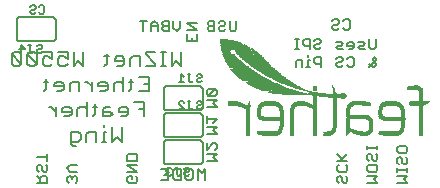
<source format=gbr>
G04 EAGLE Gerber RS-274X export*
G75*
%MOMM*%
%FSLAX34Y34*%
%LPD*%
%INSilkscreen Bottom*%
%IPPOS*%
%AMOC8*
5,1,8,0,0,1.08239X$1,22.5*%
G01*
%ADD10C,0.127000*%
%ADD11C,0.152400*%
%ADD12C,0.177800*%
%ADD13C,0.203200*%
%ADD14R,0.182878X0.020319*%
%ADD15R,0.792478X0.020322*%
%ADD16R,0.447041X0.020322*%
%ADD17R,0.792481X0.020322*%
%ADD18R,0.325122X0.020319*%
%ADD19R,1.097278X0.020319*%
%ADD20R,0.629919X0.020319*%
%ADD21R,0.020319X0.020319*%
%ADD22R,0.568963X0.020319*%
%ADD23R,0.325119X0.020319*%
%ADD24R,1.097281X0.020319*%
%ADD25R,0.325122X0.020322*%
%ADD26R,1.300478X0.020322*%
%ADD27R,0.751841X0.020322*%
%ADD28R,0.040641X0.020322*%
%ADD29R,0.670563X0.020322*%
%ADD30R,0.325119X0.020322*%
%ADD31R,1.300481X0.020322*%
%ADD32R,1.442719X0.020319*%
%ADD33R,0.873759X0.020319*%
%ADD34R,0.060959X0.020319*%
%ADD35R,0.731522X0.020319*%
%ADD36R,1.442722X0.020319*%
%ADD37R,1.605278X0.020319*%
%ADD38R,0.975359X0.020319*%
%ADD39R,0.081278X0.020319*%
%ADD40R,0.772163X0.020319*%
%ADD41R,1.584963X0.020319*%
%ADD42R,1.706881X0.020322*%
%ADD43R,1.056641X0.020322*%
%ADD44R,0.101600X0.020322*%
%ADD45R,1.706878X0.020322*%
%ADD46R,1.828800X0.020319*%
%ADD47R,1.158241X0.020319*%
%ADD48R,0.121919X0.020319*%
%ADD49R,0.833122X0.020319*%
%ADD50R,1.889759X0.020322*%
%ADD51R,1.239519X0.020322*%
%ADD52R,0.121919X0.020322*%
%ADD53R,0.853441X0.020322*%
%ADD54R,1.889763X0.020322*%
%ADD55R,1.910078X0.020319*%
%ADD56R,1.300481X0.020319*%
%ADD57R,0.142241X0.020319*%
%ADD58R,0.873762X0.020319*%
%ADD59R,1.910081X0.020319*%
%ADD60R,1.930400X0.020319*%
%ADD61R,1.381759X0.020319*%
%ADD62R,0.162559X0.020319*%
%ADD63R,0.894081X0.020319*%
%ADD64R,1.950719X0.020322*%
%ADD65R,1.463041X0.020322*%
%ADD66R,0.182878X0.020322*%
%ADD67R,0.914400X0.020322*%
%ADD68R,1.950722X0.020322*%
%ADD69R,1.971041X0.020319*%
%ADD70R,1.524000X0.020319*%
%ADD71R,0.203200X0.020319*%
%ADD72R,0.934722X0.020319*%
%ADD73R,1.991359X0.020322*%
%ADD74R,1.584959X0.020322*%
%ADD75R,0.223519X0.020322*%
%ADD76R,0.934719X0.020322*%
%ADD77R,1.991363X0.020322*%
%ADD78R,2.011678X0.020319*%
%ADD79R,1.625600X0.020319*%
%ADD80R,0.243841X0.020319*%
%ADD81R,0.853441X0.020319*%
%ADD82R,2.011681X0.020319*%
%ADD83R,2.032000X0.020319*%
%ADD84R,1.706881X0.020319*%
%ADD85R,0.264159X0.020319*%
%ADD86R,0.751841X0.020319*%
%ADD87R,2.032000X0.020322*%
%ADD88R,0.568959X0.020322*%
%ADD89R,1.036322X0.020322*%
%ADD90R,0.284478X0.020322*%
%ADD91R,0.690881X0.020322*%
%ADD92R,0.548641X0.020319*%
%ADD93R,0.528319X0.020319*%
%ADD94R,0.487678X0.020319*%
%ADD95R,0.914400X0.020319*%
%ADD96R,0.284478X0.020319*%
%ADD97R,0.589281X0.020319*%
%ADD98R,0.528322X0.020319*%
%ADD99R,0.487678X0.020322*%
%ADD100R,1.158241X0.020322*%
%ADD101R,0.528319X0.020322*%
%ADD102R,0.487681X0.020322*%
%ADD103R,0.284481X0.020322*%
%ADD104R,0.467363X0.020319*%
%ADD105R,0.101600X0.020319*%
%ADD106R,0.426722X0.020319*%
%ADD107R,1.056641X0.020319*%
%ADD108R,0.467359X0.020319*%
%ADD109R,0.406400X0.020319*%
%ADD110R,0.447041X0.020319*%
%ADD111R,0.426719X0.020319*%
%ADD112R,0.406400X0.020322*%
%ADD113R,0.386081X0.020322*%
%ADD114R,0.894078X0.020322*%
%ADD115R,0.386081X0.020319*%
%ADD116R,0.365759X0.020319*%
%ADD117R,0.812800X0.020319*%
%ADD118R,0.386078X0.020322*%
%ADD119R,0.365759X0.020322*%
%ADD120R,0.670559X0.020319*%
%ADD121R,0.345438X0.020319*%
%ADD122R,0.609600X0.020319*%
%ADD123R,0.345438X0.020322*%
%ADD124R,0.548641X0.020322*%
%ADD125R,0.365762X0.020322*%
%ADD126R,0.345441X0.020319*%
%ADD127R,0.345441X0.020322*%
%ADD128R,0.426719X0.020322*%
%ADD129R,0.304800X0.020319*%
%ADD130R,0.304800X0.020322*%
%ADD131R,1.727200X0.020322*%
%ADD132R,1.849122X0.020319*%
%ADD133R,1.849119X0.020319*%
%ADD134R,1.971041X0.020322*%
%ADD135R,1.971037X0.020322*%
%ADD136R,2.052322X0.020322*%
%ADD137R,0.467363X0.020322*%
%ADD138R,2.052319X0.020322*%
%ADD139R,2.092959X0.020319*%
%ADD140R,2.113281X0.020319*%
%ADD141R,0.589278X0.020319*%
%ADD142R,2.113278X0.020319*%
%ADD143R,2.133600X0.020322*%
%ADD144R,2.153922X0.020319*%
%ADD145R,1.198881X0.020319*%
%ADD146R,2.153919X0.020319*%
%ADD147R,2.174241X0.020322*%
%ADD148R,1.503678X0.020322*%
%ADD149R,2.174238X0.020322*%
%ADD150R,2.194559X0.020319*%
%ADD151R,2.214881X0.020322*%
%ADD152R,2.072641X0.020322*%
%ADD153R,2.214878X0.020322*%
%ADD154R,2.214881X0.020319*%
%ADD155R,2.052319X0.020319*%
%ADD156R,2.214878X0.020319*%
%ADD157R,2.235200X0.020322*%
%ADD158R,0.508000X0.020319*%
%ADD159R,0.426722X0.020322*%
%ADD160R,1.869441X0.020322*%
%ADD161R,1.808478X0.020319*%
%ADD162R,1.747519X0.020319*%
%ADD163R,1.625600X0.020322*%
%ADD164R,0.487681X0.020319*%
%ADD165R,0.467359X0.020322*%
%ADD166R,0.365762X0.020319*%
%ADD167R,0.629919X0.020322*%
%ADD168R,0.386078X0.020319*%
%ADD169R,0.711200X0.020319*%
%ADD170R,0.670559X0.020322*%
%ADD171R,0.772159X0.020322*%
%ADD172R,0.731519X0.020319*%
%ADD173R,0.447038X0.020322*%
%ADD174R,0.873759X0.020322*%
%ADD175R,0.955041X0.020319*%
%ADD176R,0.568959X0.020319*%
%ADD177R,0.548638X0.020319*%
%ADD178R,1.178559X0.020322*%
%ADD179R,0.650241X0.020322*%
%ADD180R,0.995678X0.020322*%
%ADD181R,0.508000X0.020322*%
%ADD182R,1.219200X0.020319*%
%ADD183R,1.402081X0.020319*%
%ADD184R,1.910078X0.020322*%
%ADD185R,1.910081X0.020322*%
%ADD186R,0.243841X0.020322*%
%ADD187R,1.361441X0.020322*%
%ADD188R,1.280159X0.020319*%
%ADD189R,1.869441X0.020319*%
%ADD190R,1.645922X0.020319*%
%ADD191R,0.223519X0.020319*%
%ADD192R,1.341122X0.020319*%
%ADD193R,1.320800X0.020319*%
%ADD194R,1.584959X0.020319*%
%ADD195R,1.341119X0.020322*%
%ADD196R,1.808478X0.020322*%
%ADD197R,1.524000X0.020322*%
%ADD198R,1.808481X0.020322*%
%ADD199R,0.203200X0.020322*%
%ADD200R,1.259841X0.020322*%
%ADD201R,1.767841X0.020319*%
%ADD202R,1.483359X0.020319*%
%ADD203R,1.767838X0.020319*%
%ADD204R,0.182881X0.020319*%
%ADD205R,1.402081X0.020322*%
%ADD206R,1.849119X0.020322*%
%ADD207R,1.422400X0.020322*%
%ADD208R,0.162559X0.020322*%
%ADD209R,1.178562X0.020322*%
%ADD210R,1.686559X0.020319*%
%ADD211R,1.361441X0.020319*%
%ADD212R,1.686563X0.020319*%
%ADD213R,1.137922X0.020319*%
%ADD214R,1.300478X0.020319*%
%ADD215R,1.605281X0.020319*%
%ADD216R,1.503681X0.020322*%
%ADD217R,1.564641X0.020322*%
%ADD218R,1.788159X0.020322*%
%ADD219R,1.219200X0.020322*%
%ADD220R,1.564638X0.020322*%
%ADD221R,1.544319X0.020319*%
%ADD222R,1.137919X0.020319*%
%ADD223R,1.483363X0.020319*%
%ADD224R,0.081281X0.020319*%
%ADD225R,1.016000X0.020319*%
%ADD226R,1.402078X0.020322*%
%ADD227R,1.666241X0.020322*%
%ADD228R,1.381759X0.020322*%
%ADD229R,0.081281X0.020322*%
%ADD230R,0.955041X0.020322*%
%ADD231R,1.564638X0.020319*%
%ADD232R,1.645919X0.020319*%
%ADD233R,1.178559X0.020319*%
%ADD234R,0.040641X0.020319*%
%ADD235R,0.975359X0.020322*%
%ADD236R,1.239522X0.020322*%
%ADD237R,0.020319X0.020322*%
%ADD238R,0.772163X0.020322*%
%ADD239R,0.670563X0.020319*%
%ADD240R,1.036322X0.020319*%
%ADD241R,0.182881X0.020322*%
%ADD242R,1.117600X0.020319*%
%ADD243R,2.336800X0.020319*%
%ADD244R,2.479038X0.020322*%
%ADD245R,2.824478X0.020319*%
%ADD246R,2.824478X0.020322*%
%ADD247R,2.824481X0.020319*%
%ADD248R,2.946400X0.020319*%
%ADD249R,3.048000X0.020322*%
%ADD250R,0.264159X0.020322*%
%ADD251R,3.149600X0.020319*%
%ADD252R,2.438400X0.020322*%
%ADD253R,0.284481X0.020319*%
%ADD254R,3.962400X0.020319*%
%ADD255R,1.564641X0.020319*%
%ADD256R,1.950719X0.020319*%
%ADD257R,0.264163X0.020322*%
%ADD258R,1.076959X0.020322*%
%ADD259R,0.589281X0.020322*%
%ADD260R,0.264163X0.020319*%
%ADD261R,0.792478X0.020319*%
%ADD262R,1.666241X0.020319*%
%ADD263R,0.833119X0.020319*%
%ADD264R,1.544322X0.020322*%
%ADD265R,1.036319X0.020322*%
%ADD266R,1.239519X0.020319*%
%ADD267R,1.259838X0.020319*%
%ADD268R,1.422400X0.020319*%
%ADD269R,0.223522X0.020322*%
%ADD270R,2.722881X0.020322*%
%ADD271R,0.223522X0.020319*%
%ADD272R,2.702559X0.020319*%
%ADD273R,2.580641X0.020322*%
%ADD274R,2.438400X0.020319*%
%ADD275R,2.275841X0.020319*%
%ADD276R,0.142241X0.020322*%
%ADD277R,2.153922X0.020322*%
%ADD278R,0.142238X0.020322*%
%ADD279R,0.162562X0.020319*%
%ADD280R,0.792481X0.020319*%
%ADD281R,1.544319X0.020322*%
%ADD282R,0.975363X0.020322*%
%ADD283R,1.341122X0.020322*%
%ADD284R,1.280159X0.020322*%
%ADD285R,0.121922X0.020319*%
%ADD286R,1.239522X0.020319*%
%ADD287R,1.361438X0.020319*%
%ADD288R,0.121922X0.020322*%
%ADD289R,2.397759X0.020322*%
%ADD290R,2.255519X0.020319*%
%ADD291R,1.991359X0.020319*%
%ADD292R,2.600959X0.020319*%
%ADD293R,1.198878X0.020322*%
%ADD294R,0.060963X0.020319*%
%ADD295R,1.158238X0.020322*%
%ADD296R,0.060963X0.020322*%
%ADD297R,0.589278X0.020322*%
%ADD298R,2.580641X0.020319*%
%ADD299R,0.650241X0.020319*%
%ADD300R,2.560322X0.020319*%
%ADD301R,2.560322X0.020322*%
%ADD302R,0.020322X0.020319*%
%ADD303R,0.690881X0.020319*%
%ADD304R,2.540000X0.020319*%
%ADD305R,0.020322X0.020322*%
%ADD306R,0.731519X0.020322*%
%ADD307R,2.540000X0.020322*%
%ADD308R,0.751838X0.020319*%
%ADD309R,2.519681X0.020319*%
%ADD310R,2.499359X0.020322*%
%ADD311R,2.479041X0.020319*%
%ADD312R,0.812800X0.020322*%
%ADD313R,2.479041X0.020322*%
%ADD314R,0.853438X0.020319*%
%ADD315R,2.458719X0.020319*%
%ADD316R,0.873762X0.020322*%
%ADD317R,2.458719X0.020322*%
%ADD318R,0.894078X0.020319*%
%ADD319R,0.934719X0.020319*%
%ADD320R,2.397763X0.020319*%
%ADD321R,2.397759X0.020319*%
%ADD322R,1.016000X0.020322*%
%ADD323R,2.377441X0.020322*%
%ADD324R,1.036319X0.020319*%
%ADD325R,2.072641X0.020319*%
%ADD326R,1.930400X0.020322*%
%ADD327R,1.808481X0.020319*%
%ADD328R,1.686559X0.020322*%
%ADD329R,1.137919X0.020322*%
%ADD330R,1.076959X0.020319*%
%ADD331R,1.056638X0.020319*%
%ADD332R,1.198878X0.020319*%
%ADD333R,1.137922X0.020322*%
%ADD334R,2.255522X0.020322*%
%ADD335R,1.158238X0.020319*%
%ADD336R,2.235200X0.020319*%
%ADD337R,1.076963X0.020322*%
%ADD338R,2.194559X0.020322*%
%ADD339R,2.174238X0.020319*%
%ADD340R,0.060959X0.020322*%
%ADD341R,1.280163X0.020319*%
%ADD342R,1.320800X0.020322*%
%ADD343R,2.113278X0.020322*%
%ADD344R,2.092963X0.020319*%
%ADD345R,1.361438X0.020322*%
%ADD346R,1.402078X0.020319*%
%ADD347R,2.072637X0.020319*%
%ADD348R,2.052322X0.020319*%
%ADD349R,1.442719X0.020322*%
%ADD350R,2.011681X0.020322*%
%ADD351R,1.463041X0.020319*%
%ADD352R,1.483359X0.020322*%
%ADD353R,1.463037X0.020319*%
%ADD354R,1.503678X0.020319*%
%ADD355R,1.117600X0.020322*%
%ADD356R,1.889759X0.020319*%
%ADD357R,1.869438X0.020319*%
%ADD358R,1.849122X0.020322*%
%ADD359R,1.280163X0.020322*%
%ADD360R,1.788159X0.020319*%
%ADD361R,1.767841X0.020322*%
%ADD362R,0.142238X0.020319*%
%ADD363R,1.463037X0.020322*%
%ADD364R,0.995681X0.020319*%
%ADD365R,0.081278X0.020322*%
%ADD366R,1.503681X0.020319*%
%ADD367R,1.544322X0.020319*%
%ADD368R,1.645919X0.020322*%
%ADD369R,1.605281X0.020322*%
%ADD370R,1.727200X0.020319*%
%ADD371R,0.162562X0.020322*%
%ADD372R,1.584963X0.020322*%
%ADD373R,1.605278X0.020322*%
%ADD374R,1.381763X0.020319*%
%ADD375R,1.666238X0.020319*%
%ADD376R,1.341119X0.020319*%
%ADD377R,1.828800X0.020322*%
%ADD378R,1.198881X0.020322*%
%ADD379R,1.056638X0.020322*%
%ADD380R,0.772159X0.020319*%
%ADD381R,1.097281X0.020322*%
%ADD382R,1.076963X0.020319*%
%ADD383R,1.259841X0.020319*%
%ADD384R,0.609600X0.020322*%
%ADD385R,0.731522X0.020322*%
%ADD386R,0.711200X0.020322*%
%ADD387R,0.690878X0.020319*%
%ADD388R,0.690878X0.020322*%
%ADD389R,0.243838X0.020319*%
%ADD390R,0.934722X0.020322*%
%ADD391R,2.133600X0.020319*%
%ADD392R,2.113281X0.020322*%
%ADD393R,2.072637X0.020322*%
%ADD394R,2.011678X0.020322*%
%ADD395R,1.950722X0.020319*%
%ADD396R,1.706878X0.020319*%
%ADD397R,1.483363X0.020322*%
%ADD398R,0.528322X0.020322*%


D10*
X60829Y194061D02*
X61973Y195205D01*
X64261Y195205D01*
X65405Y194061D01*
X65405Y189485D01*
X64261Y188341D01*
X61973Y188341D01*
X60829Y189485D01*
X54489Y195205D02*
X53345Y194061D01*
X54489Y195205D02*
X56777Y195205D01*
X57921Y194061D01*
X57921Y192917D01*
X56777Y191773D01*
X54489Y191773D01*
X53345Y190629D01*
X53345Y189485D01*
X54489Y188341D01*
X56777Y188341D01*
X57921Y189485D01*
D11*
X202692Y109517D02*
X211335Y109517D01*
X208454Y112398D01*
X211335Y115279D01*
X202692Y115279D01*
X204133Y118872D02*
X209895Y118872D01*
X211335Y120313D01*
X211335Y123194D01*
X209895Y124634D01*
X204133Y124634D01*
X202692Y123194D01*
X202692Y120313D01*
X204133Y118872D01*
X209895Y124634D01*
X211335Y86657D02*
X202692Y86657D01*
X208454Y89538D02*
X211335Y86657D01*
X208454Y89538D02*
X211335Y92419D01*
X202692Y92419D01*
X208454Y96012D02*
X211335Y98893D01*
X202692Y98893D01*
X202692Y96012D02*
X202692Y101774D01*
X202692Y63797D02*
X211335Y63797D01*
X208454Y66678D01*
X211335Y69559D01*
X202692Y69559D01*
X202692Y73152D02*
X202692Y78914D01*
X202692Y73152D02*
X208454Y78914D01*
X209895Y78914D01*
X211335Y77474D01*
X211335Y74593D01*
X209895Y73152D01*
D12*
X201770Y56904D02*
X201770Y47244D01*
X198550Y53684D02*
X201770Y56904D01*
X198550Y53684D02*
X195330Y56904D01*
X195330Y47244D01*
X189636Y56904D02*
X186415Y56904D01*
X189636Y56904D02*
X191246Y55294D01*
X191246Y48854D01*
X189636Y47244D01*
X186415Y47244D01*
X184805Y48854D01*
X184805Y55294D01*
X186415Y56904D01*
X180721Y56904D02*
X180721Y47244D01*
X175891Y47244D01*
X174281Y48854D01*
X174281Y55294D01*
X175891Y56904D01*
X180721Y56904D01*
X170196Y56904D02*
X163756Y56904D01*
X170196Y56904D02*
X170196Y47244D01*
X163756Y47244D01*
X166976Y52074D02*
X170196Y52074D01*
D11*
X363982Y45212D02*
X372625Y45212D01*
X369744Y48093D01*
X372625Y50974D01*
X363982Y50974D01*
X363982Y54567D02*
X363982Y57448D01*
X363982Y56008D02*
X372625Y56008D01*
X372625Y57448D02*
X372625Y54567D01*
X372625Y65126D02*
X371185Y66566D01*
X372625Y65126D02*
X372625Y62245D01*
X371185Y60804D01*
X369744Y60804D01*
X368304Y62245D01*
X368304Y65126D01*
X366863Y66566D01*
X365423Y66566D01*
X363982Y65126D01*
X363982Y62245D01*
X365423Y60804D01*
X372625Y71600D02*
X372625Y74481D01*
X372625Y71600D02*
X371185Y70159D01*
X365423Y70159D01*
X363982Y71600D01*
X363982Y74481D01*
X365423Y75921D01*
X371185Y75921D01*
X372625Y74481D01*
X347225Y45212D02*
X338582Y45212D01*
X344344Y48093D02*
X347225Y45212D01*
X344344Y48093D02*
X347225Y50974D01*
X338582Y50974D01*
X347225Y56008D02*
X347225Y58889D01*
X347225Y56008D02*
X345785Y54567D01*
X340023Y54567D01*
X338582Y56008D01*
X338582Y58889D01*
X340023Y60329D01*
X345785Y60329D01*
X347225Y58889D01*
X347225Y68244D02*
X345785Y69685D01*
X347225Y68244D02*
X347225Y65363D01*
X345785Y63922D01*
X344344Y63922D01*
X342904Y65363D01*
X342904Y68244D01*
X341463Y69685D01*
X340023Y69685D01*
X338582Y68244D01*
X338582Y65363D01*
X340023Y63922D01*
X338582Y73278D02*
X338582Y76159D01*
X338582Y74718D02*
X347225Y74718D01*
X347225Y73278D02*
X347225Y76159D01*
X321825Y49534D02*
X320385Y50974D01*
X321825Y49534D02*
X321825Y46653D01*
X320385Y45212D01*
X318944Y45212D01*
X317504Y46653D01*
X317504Y49534D01*
X316063Y50974D01*
X314623Y50974D01*
X313182Y49534D01*
X313182Y46653D01*
X314623Y45212D01*
X321825Y58889D02*
X320385Y60329D01*
X321825Y58889D02*
X321825Y56008D01*
X320385Y54567D01*
X314623Y54567D01*
X313182Y56008D01*
X313182Y58889D01*
X314623Y60329D01*
X313182Y63922D02*
X321825Y63922D01*
X316063Y63922D02*
X321825Y69685D01*
X317504Y65363D02*
X313182Y69685D01*
X144025Y49534D02*
X142585Y50974D01*
X144025Y49534D02*
X144025Y46653D01*
X142585Y45212D01*
X136823Y45212D01*
X135382Y46653D01*
X135382Y49534D01*
X136823Y50974D01*
X139704Y50974D01*
X139704Y48093D01*
X144025Y54567D02*
X135382Y54567D01*
X135382Y60329D02*
X144025Y54567D01*
X144025Y60329D02*
X135382Y60329D01*
X135382Y63922D02*
X144025Y63922D01*
X135382Y63922D02*
X135382Y68244D01*
X136823Y69685D01*
X142585Y69685D01*
X144025Y68244D01*
X144025Y63922D01*
X93225Y46653D02*
X91785Y45212D01*
X93225Y46653D02*
X93225Y49534D01*
X91785Y50974D01*
X90344Y50974D01*
X88904Y49534D01*
X88904Y48093D01*
X88904Y49534D02*
X87463Y50974D01*
X86023Y50974D01*
X84582Y49534D01*
X84582Y46653D01*
X86023Y45212D01*
X87463Y54567D02*
X93225Y54567D01*
X87463Y54567D02*
X84582Y57448D01*
X87463Y60329D01*
X93225Y60329D01*
X67825Y45212D02*
X59182Y45212D01*
X67825Y45212D02*
X67825Y49534D01*
X66385Y50974D01*
X63504Y50974D01*
X62063Y49534D01*
X62063Y45212D01*
X62063Y48093D02*
X59182Y50974D01*
X67825Y58889D02*
X66385Y60329D01*
X67825Y58889D02*
X67825Y56008D01*
X66385Y54567D01*
X64944Y54567D01*
X63504Y56008D01*
X63504Y58889D01*
X62063Y60329D01*
X60623Y60329D01*
X59182Y58889D01*
X59182Y56008D01*
X60623Y54567D01*
X59182Y66804D02*
X67825Y66804D01*
X67825Y69685D02*
X67825Y63922D01*
X180169Y176363D02*
X180169Y182125D01*
X180169Y176363D02*
X177288Y173482D01*
X174407Y176363D01*
X174407Y182125D01*
X170814Y182125D02*
X170814Y173482D01*
X170814Y182125D02*
X166492Y182125D01*
X165051Y180685D01*
X165051Y179244D01*
X166492Y177804D01*
X165051Y176363D01*
X165051Y174923D01*
X166492Y173482D01*
X170814Y173482D01*
X170814Y177804D02*
X166492Y177804D01*
X161458Y179244D02*
X161458Y173482D01*
X161458Y179244D02*
X158577Y182125D01*
X155696Y179244D01*
X155696Y173482D01*
X155696Y177804D02*
X161458Y177804D01*
X149222Y173482D02*
X149222Y182125D01*
X152103Y182125D02*
X146341Y182125D01*
X194825Y170694D02*
X194825Y164932D01*
X186182Y164932D01*
X186182Y170694D01*
X190504Y167813D02*
X190504Y164932D01*
X194825Y174287D02*
X186182Y174287D01*
X186182Y180049D02*
X194825Y174287D01*
X194825Y180049D02*
X186182Y180049D01*
X227964Y182125D02*
X227964Y174923D01*
X226523Y173482D01*
X223642Y173482D01*
X222201Y174923D01*
X222201Y182125D01*
X214287Y182125D02*
X212846Y180685D01*
X214287Y182125D02*
X217168Y182125D01*
X218608Y180685D01*
X218608Y179244D01*
X217168Y177804D01*
X214287Y177804D01*
X212846Y176363D01*
X212846Y174923D01*
X214287Y173482D01*
X217168Y173482D01*
X218608Y174923D01*
X209253Y173482D02*
X209253Y182125D01*
X204932Y182125D01*
X203491Y180685D01*
X203491Y179244D01*
X204932Y177804D01*
X203491Y176363D01*
X203491Y174923D01*
X204932Y173482D01*
X209253Y173482D01*
X209253Y177804D02*
X204932Y177804D01*
X318256Y181955D02*
X319697Y183395D01*
X322578Y183395D01*
X324018Y181955D01*
X324018Y176193D01*
X322578Y174752D01*
X319697Y174752D01*
X318256Y176193D01*
X310342Y183395D02*
X308901Y181955D01*
X310342Y183395D02*
X313223Y183395D01*
X314663Y181955D01*
X314663Y180514D01*
X313223Y179074D01*
X310342Y179074D01*
X308901Y177633D01*
X308901Y176193D01*
X310342Y174752D01*
X313223Y174752D01*
X314663Y176193D01*
D13*
X181152Y156220D02*
X181152Y144018D01*
X177084Y148085D01*
X173017Y144018D01*
X173017Y156220D01*
X168055Y144018D02*
X163987Y144018D01*
X166021Y144018D02*
X166021Y156220D01*
X168055Y156220D02*
X163987Y156220D01*
X159323Y156220D02*
X151188Y156220D01*
X151188Y154187D01*
X159323Y146052D01*
X159323Y144018D01*
X151188Y144018D01*
X146226Y144018D02*
X146226Y152153D01*
X140125Y152153D01*
X138091Y150119D01*
X138091Y144018D01*
X131095Y144018D02*
X127027Y144018D01*
X131095Y144018D02*
X133129Y146052D01*
X133129Y150119D01*
X131095Y152153D01*
X127027Y152153D01*
X124994Y150119D01*
X124994Y148085D01*
X133129Y148085D01*
X117998Y146052D02*
X117998Y154187D01*
X117998Y146052D02*
X115964Y144018D01*
X115964Y152153D02*
X120031Y152153D01*
X98203Y156220D02*
X98203Y144018D01*
X94135Y148085D01*
X90068Y144018D01*
X90068Y156220D01*
X85105Y156220D02*
X76970Y156220D01*
X85105Y156220D02*
X85105Y150119D01*
X81038Y152153D01*
X79004Y152153D01*
X76970Y150119D01*
X76970Y146052D01*
X79004Y144018D01*
X83072Y144018D01*
X85105Y146052D01*
X72008Y156220D02*
X63873Y156220D01*
X72008Y156220D02*
X72008Y150119D01*
X67941Y152153D01*
X65907Y152153D01*
X63873Y150119D01*
X63873Y146052D01*
X65907Y144018D01*
X69974Y144018D01*
X72008Y146052D01*
X58911Y146052D02*
X58911Y154187D01*
X56877Y156220D01*
X52810Y156220D01*
X50776Y154187D01*
X50776Y146052D01*
X52810Y144018D01*
X56877Y144018D01*
X58911Y146052D01*
X50776Y154187D01*
X45814Y154187D02*
X45814Y146052D01*
X45814Y154187D02*
X43780Y156220D01*
X39712Y156220D01*
X37679Y154187D01*
X37679Y146052D01*
X39712Y144018D01*
X43780Y144018D01*
X45814Y146052D01*
X37679Y154187D01*
X145731Y134884D02*
X153866Y134884D01*
X153866Y122682D01*
X145731Y122682D01*
X149798Y128783D02*
X153866Y128783D01*
X138735Y132851D02*
X138735Y124716D01*
X136701Y122682D01*
X136701Y130817D02*
X140769Y130817D01*
X132037Y134884D02*
X132037Y122682D01*
X132037Y128783D02*
X130003Y130817D01*
X125936Y130817D01*
X123902Y128783D01*
X123902Y122682D01*
X116906Y122682D02*
X112839Y122682D01*
X116906Y122682D02*
X118940Y124716D01*
X118940Y128783D01*
X116906Y130817D01*
X112839Y130817D01*
X110805Y128783D01*
X110805Y126749D01*
X118940Y126749D01*
X105843Y122682D02*
X105843Y130817D01*
X105843Y126749D02*
X101775Y130817D01*
X99741Y130817D01*
X94928Y130817D02*
X94928Y122682D01*
X94928Y130817D02*
X88827Y130817D01*
X86793Y128783D01*
X86793Y122682D01*
X79797Y122682D02*
X75730Y122682D01*
X79797Y122682D02*
X81831Y124716D01*
X81831Y128783D01*
X79797Y130817D01*
X75730Y130817D01*
X73696Y128783D01*
X73696Y126749D01*
X81831Y126749D01*
X66700Y124716D02*
X66700Y132851D01*
X66700Y124716D02*
X64666Y122682D01*
X64666Y130817D02*
X68734Y130817D01*
X149500Y113548D02*
X149500Y101346D01*
X149500Y113548D02*
X141365Y113548D01*
X145433Y107447D02*
X149500Y107447D01*
X134369Y101346D02*
X130302Y101346D01*
X134369Y101346D02*
X136403Y103380D01*
X136403Y107447D01*
X134369Y109481D01*
X130302Y109481D01*
X128268Y107447D01*
X128268Y105413D01*
X136403Y105413D01*
X121272Y109481D02*
X117204Y109481D01*
X115171Y107447D01*
X115171Y101346D01*
X121272Y101346D01*
X123306Y103380D01*
X121272Y105413D01*
X115171Y105413D01*
X108175Y103380D02*
X108175Y111515D01*
X108175Y103380D02*
X106141Y101346D01*
X106141Y109481D02*
X110208Y109481D01*
X101477Y113548D02*
X101477Y101346D01*
X101477Y107447D02*
X99443Y109481D01*
X95376Y109481D01*
X93342Y107447D01*
X93342Y101346D01*
X86346Y101346D02*
X82278Y101346D01*
X86346Y101346D02*
X88380Y103380D01*
X88380Y107447D01*
X86346Y109481D01*
X82278Y109481D01*
X80245Y107447D01*
X80245Y105413D01*
X88380Y105413D01*
X75282Y101346D02*
X75282Y109481D01*
X71215Y109481D02*
X75282Y105413D01*
X71215Y109481D02*
X69181Y109481D01*
X130946Y92212D02*
X130946Y80010D01*
X126878Y84077D01*
X122811Y80010D01*
X122811Y92212D01*
X117848Y88145D02*
X115815Y88145D01*
X115815Y80010D01*
X117848Y80010D02*
X113781Y80010D01*
X115815Y92212D02*
X115815Y94246D01*
X109117Y88145D02*
X109117Y80010D01*
X109117Y88145D02*
X103016Y88145D01*
X100982Y86111D01*
X100982Y80010D01*
X91952Y75943D02*
X89918Y75943D01*
X87885Y77976D01*
X87885Y88145D01*
X93986Y88145D01*
X96020Y86111D01*
X96020Y82044D01*
X93986Y80010D01*
X87885Y80010D01*
D11*
X346250Y159683D02*
X346250Y166885D01*
X346250Y159683D02*
X344809Y158242D01*
X341928Y158242D01*
X340487Y159683D01*
X340487Y166885D01*
X336894Y158242D02*
X332573Y158242D01*
X331132Y159683D01*
X332573Y161123D01*
X335454Y161123D01*
X336894Y162564D01*
X335454Y164004D01*
X331132Y164004D01*
X326099Y158242D02*
X323218Y158242D01*
X326099Y158242D02*
X327539Y159683D01*
X327539Y162564D01*
X326099Y164004D01*
X323218Y164004D01*
X321777Y162564D01*
X321777Y161123D01*
X327539Y161123D01*
X318184Y158242D02*
X313862Y158242D01*
X312422Y159683D01*
X313862Y161123D01*
X316743Y161123D01*
X318184Y162564D01*
X316743Y164004D01*
X312422Y164004D01*
X295152Y166885D02*
X293711Y165445D01*
X295152Y166885D02*
X298033Y166885D01*
X299474Y165445D01*
X299474Y164004D01*
X298033Y162564D01*
X295152Y162564D01*
X293711Y161123D01*
X293711Y159683D01*
X295152Y158242D01*
X298033Y158242D01*
X299474Y159683D01*
X290118Y158242D02*
X290118Y166885D01*
X285797Y166885D01*
X284356Y165445D01*
X284356Y162564D01*
X285797Y161123D01*
X290118Y161123D01*
X280763Y158242D02*
X277882Y158242D01*
X279323Y158242D02*
X279323Y166885D01*
X280763Y166885D02*
X277882Y166885D01*
X340487Y145883D02*
X343368Y143002D01*
X344809Y143002D01*
X346250Y144443D01*
X346250Y145883D01*
X343368Y148764D01*
X343368Y150205D01*
X344809Y151645D01*
X346250Y150205D01*
X346250Y148764D01*
X340487Y143002D01*
X323218Y151645D02*
X321777Y150205D01*
X323218Y151645D02*
X326099Y151645D01*
X327539Y150205D01*
X327539Y144443D01*
X326099Y143002D01*
X323218Y143002D01*
X321777Y144443D01*
X313862Y151645D02*
X312422Y150205D01*
X313862Y151645D02*
X316743Y151645D01*
X318184Y150205D01*
X318184Y148764D01*
X316743Y147324D01*
X313862Y147324D01*
X312422Y145883D01*
X312422Y144443D01*
X313862Y143002D01*
X316743Y143002D01*
X318184Y144443D01*
X299474Y143002D02*
X299474Y151645D01*
X295152Y151645D01*
X293711Y150205D01*
X293711Y147324D01*
X295152Y145883D01*
X299474Y145883D01*
X290118Y148764D02*
X288678Y148764D01*
X288678Y143002D01*
X290118Y143002D02*
X287237Y143002D01*
X288678Y151645D02*
X288678Y153086D01*
X283882Y148764D02*
X283882Y143002D01*
X283882Y148764D02*
X279560Y148764D01*
X278119Y147324D01*
X278119Y143002D01*
D13*
X196850Y106680D02*
X168910Y106680D01*
X166370Y124460D02*
X166372Y124560D01*
X166378Y124659D01*
X166388Y124759D01*
X166401Y124857D01*
X166419Y124956D01*
X166440Y125053D01*
X166465Y125149D01*
X166494Y125245D01*
X166527Y125339D01*
X166563Y125432D01*
X166603Y125523D01*
X166647Y125613D01*
X166694Y125701D01*
X166744Y125787D01*
X166798Y125871D01*
X166855Y125953D01*
X166915Y126032D01*
X166979Y126110D01*
X167045Y126184D01*
X167114Y126256D01*
X167186Y126325D01*
X167260Y126391D01*
X167338Y126455D01*
X167417Y126515D01*
X167499Y126572D01*
X167583Y126626D01*
X167669Y126676D01*
X167757Y126723D01*
X167847Y126767D01*
X167938Y126807D01*
X168031Y126843D01*
X168125Y126876D01*
X168221Y126905D01*
X168317Y126930D01*
X168414Y126951D01*
X168513Y126969D01*
X168611Y126982D01*
X168711Y126992D01*
X168810Y126998D01*
X168910Y127000D01*
X196850Y127000D02*
X196950Y126998D01*
X197049Y126992D01*
X197149Y126982D01*
X197247Y126969D01*
X197346Y126951D01*
X197443Y126930D01*
X197539Y126905D01*
X197635Y126876D01*
X197729Y126843D01*
X197822Y126807D01*
X197913Y126767D01*
X198003Y126723D01*
X198091Y126676D01*
X198177Y126626D01*
X198261Y126572D01*
X198343Y126515D01*
X198422Y126455D01*
X198500Y126391D01*
X198574Y126325D01*
X198646Y126256D01*
X198715Y126184D01*
X198781Y126110D01*
X198845Y126032D01*
X198905Y125953D01*
X198962Y125871D01*
X199016Y125787D01*
X199066Y125701D01*
X199113Y125613D01*
X199157Y125523D01*
X199197Y125432D01*
X199233Y125339D01*
X199266Y125245D01*
X199295Y125149D01*
X199320Y125053D01*
X199341Y124956D01*
X199359Y124857D01*
X199372Y124759D01*
X199382Y124659D01*
X199388Y124560D01*
X199390Y124460D01*
X199390Y109220D02*
X199388Y109120D01*
X199382Y109021D01*
X199372Y108921D01*
X199359Y108823D01*
X199341Y108724D01*
X199320Y108627D01*
X199295Y108531D01*
X199266Y108435D01*
X199233Y108341D01*
X199197Y108248D01*
X199157Y108157D01*
X199113Y108067D01*
X199066Y107979D01*
X199016Y107893D01*
X198962Y107809D01*
X198905Y107727D01*
X198845Y107648D01*
X198781Y107570D01*
X198715Y107496D01*
X198646Y107424D01*
X198574Y107355D01*
X198500Y107289D01*
X198422Y107225D01*
X198343Y107165D01*
X198261Y107108D01*
X198177Y107054D01*
X198091Y107004D01*
X198003Y106957D01*
X197913Y106913D01*
X197822Y106873D01*
X197729Y106837D01*
X197635Y106804D01*
X197539Y106775D01*
X197443Y106750D01*
X197346Y106729D01*
X197247Y106711D01*
X197149Y106698D01*
X197049Y106688D01*
X196950Y106682D01*
X196850Y106680D01*
X168910Y106680D02*
X168810Y106682D01*
X168711Y106688D01*
X168611Y106698D01*
X168513Y106711D01*
X168414Y106729D01*
X168317Y106750D01*
X168221Y106775D01*
X168125Y106804D01*
X168031Y106837D01*
X167938Y106873D01*
X167847Y106913D01*
X167757Y106957D01*
X167669Y107004D01*
X167583Y107054D01*
X167499Y107108D01*
X167417Y107165D01*
X167338Y107225D01*
X167260Y107289D01*
X167186Y107355D01*
X167114Y107424D01*
X167045Y107496D01*
X166979Y107570D01*
X166915Y107648D01*
X166855Y107727D01*
X166798Y107809D01*
X166744Y107893D01*
X166694Y107979D01*
X166647Y108067D01*
X166603Y108157D01*
X166563Y108248D01*
X166527Y108341D01*
X166494Y108435D01*
X166465Y108531D01*
X166440Y108627D01*
X166419Y108724D01*
X166401Y108823D01*
X166388Y108921D01*
X166378Y109021D01*
X166372Y109120D01*
X166370Y109220D01*
X166370Y124460D01*
X199390Y124460D02*
X199390Y109220D01*
X196850Y127000D02*
X168910Y127000D01*
D11*
X194222Y135810D02*
X195323Y136912D01*
X197526Y136912D01*
X198628Y135810D01*
X198628Y134708D01*
X197526Y133607D01*
X195323Y133607D01*
X194222Y132505D01*
X194222Y131404D01*
X195323Y130302D01*
X197526Y130302D01*
X198628Y131404D01*
X191144Y131404D02*
X190042Y130302D01*
X188941Y130302D01*
X187839Y131404D01*
X187839Y136912D01*
X188941Y136912D02*
X186737Y136912D01*
X183660Y134708D02*
X181457Y136912D01*
X181457Y130302D01*
X183660Y130302D02*
X179253Y130302D01*
D13*
X168910Y83820D02*
X196850Y83820D01*
X168910Y104140D02*
X168810Y104138D01*
X168711Y104132D01*
X168611Y104122D01*
X168513Y104109D01*
X168414Y104091D01*
X168317Y104070D01*
X168221Y104045D01*
X168125Y104016D01*
X168031Y103983D01*
X167938Y103947D01*
X167847Y103907D01*
X167757Y103863D01*
X167669Y103816D01*
X167583Y103766D01*
X167499Y103712D01*
X167417Y103655D01*
X167338Y103595D01*
X167260Y103531D01*
X167186Y103465D01*
X167114Y103396D01*
X167045Y103324D01*
X166979Y103250D01*
X166915Y103172D01*
X166855Y103093D01*
X166798Y103011D01*
X166744Y102927D01*
X166694Y102841D01*
X166647Y102753D01*
X166603Y102663D01*
X166563Y102572D01*
X166527Y102479D01*
X166494Y102385D01*
X166465Y102289D01*
X166440Y102193D01*
X166419Y102096D01*
X166401Y101997D01*
X166388Y101899D01*
X166378Y101799D01*
X166372Y101700D01*
X166370Y101600D01*
X196850Y104140D02*
X196950Y104138D01*
X197049Y104132D01*
X197149Y104122D01*
X197247Y104109D01*
X197346Y104091D01*
X197443Y104070D01*
X197539Y104045D01*
X197635Y104016D01*
X197729Y103983D01*
X197822Y103947D01*
X197913Y103907D01*
X198003Y103863D01*
X198091Y103816D01*
X198177Y103766D01*
X198261Y103712D01*
X198343Y103655D01*
X198422Y103595D01*
X198500Y103531D01*
X198574Y103465D01*
X198646Y103396D01*
X198715Y103324D01*
X198781Y103250D01*
X198845Y103172D01*
X198905Y103093D01*
X198962Y103011D01*
X199016Y102927D01*
X199066Y102841D01*
X199113Y102753D01*
X199157Y102663D01*
X199197Y102572D01*
X199233Y102479D01*
X199266Y102385D01*
X199295Y102289D01*
X199320Y102193D01*
X199341Y102096D01*
X199359Y101997D01*
X199372Y101899D01*
X199382Y101799D01*
X199388Y101700D01*
X199390Y101600D01*
X199390Y86360D02*
X199388Y86260D01*
X199382Y86161D01*
X199372Y86061D01*
X199359Y85963D01*
X199341Y85864D01*
X199320Y85767D01*
X199295Y85671D01*
X199266Y85575D01*
X199233Y85481D01*
X199197Y85388D01*
X199157Y85297D01*
X199113Y85207D01*
X199066Y85119D01*
X199016Y85033D01*
X198962Y84949D01*
X198905Y84867D01*
X198845Y84788D01*
X198781Y84710D01*
X198715Y84636D01*
X198646Y84564D01*
X198574Y84495D01*
X198500Y84429D01*
X198422Y84365D01*
X198343Y84305D01*
X198261Y84248D01*
X198177Y84194D01*
X198091Y84144D01*
X198003Y84097D01*
X197913Y84053D01*
X197822Y84013D01*
X197729Y83977D01*
X197635Y83944D01*
X197539Y83915D01*
X197443Y83890D01*
X197346Y83869D01*
X197247Y83851D01*
X197149Y83838D01*
X197049Y83828D01*
X196950Y83822D01*
X196850Y83820D01*
X168910Y83820D02*
X168810Y83822D01*
X168711Y83828D01*
X168611Y83838D01*
X168513Y83851D01*
X168414Y83869D01*
X168317Y83890D01*
X168221Y83915D01*
X168125Y83944D01*
X168031Y83977D01*
X167938Y84013D01*
X167847Y84053D01*
X167757Y84097D01*
X167669Y84144D01*
X167583Y84194D01*
X167499Y84248D01*
X167417Y84305D01*
X167338Y84365D01*
X167260Y84429D01*
X167186Y84495D01*
X167114Y84564D01*
X167045Y84636D01*
X166979Y84710D01*
X166915Y84788D01*
X166855Y84867D01*
X166798Y84949D01*
X166744Y85033D01*
X166694Y85119D01*
X166647Y85207D01*
X166603Y85297D01*
X166563Y85388D01*
X166527Y85481D01*
X166494Y85575D01*
X166465Y85671D01*
X166440Y85767D01*
X166419Y85864D01*
X166401Y85963D01*
X166388Y86061D01*
X166378Y86161D01*
X166372Y86260D01*
X166370Y86360D01*
X166370Y101600D01*
X199390Y101600D02*
X199390Y86360D01*
X196850Y104140D02*
X168910Y104140D01*
D11*
X194222Y112950D02*
X195323Y114052D01*
X197526Y114052D01*
X198628Y112950D01*
X198628Y111848D01*
X197526Y110747D01*
X195323Y110747D01*
X194222Y109645D01*
X194222Y108544D01*
X195323Y107442D01*
X197526Y107442D01*
X198628Y108544D01*
X191144Y108544D02*
X190042Y107442D01*
X188941Y107442D01*
X187839Y108544D01*
X187839Y114052D01*
X188941Y114052D02*
X186737Y114052D01*
X183660Y107442D02*
X179253Y107442D01*
X179253Y111848D02*
X183660Y107442D01*
X179253Y111848D02*
X179253Y112950D01*
X180355Y114052D01*
X182558Y114052D01*
X183660Y112950D01*
D13*
X196850Y81280D02*
X168910Y81280D01*
X196850Y60960D02*
X196950Y60962D01*
X197049Y60968D01*
X197149Y60978D01*
X197247Y60991D01*
X197346Y61009D01*
X197443Y61030D01*
X197539Y61055D01*
X197635Y61084D01*
X197729Y61117D01*
X197822Y61153D01*
X197913Y61193D01*
X198003Y61237D01*
X198091Y61284D01*
X198177Y61334D01*
X198261Y61388D01*
X198343Y61445D01*
X198422Y61505D01*
X198500Y61569D01*
X198574Y61635D01*
X198646Y61704D01*
X198715Y61776D01*
X198781Y61850D01*
X198845Y61928D01*
X198905Y62007D01*
X198962Y62089D01*
X199016Y62173D01*
X199066Y62259D01*
X199113Y62347D01*
X199157Y62437D01*
X199197Y62528D01*
X199233Y62621D01*
X199266Y62715D01*
X199295Y62811D01*
X199320Y62907D01*
X199341Y63004D01*
X199359Y63103D01*
X199372Y63201D01*
X199382Y63301D01*
X199388Y63400D01*
X199390Y63500D01*
X168910Y60960D02*
X168810Y60962D01*
X168711Y60968D01*
X168611Y60978D01*
X168513Y60991D01*
X168414Y61009D01*
X168317Y61030D01*
X168221Y61055D01*
X168125Y61084D01*
X168031Y61117D01*
X167938Y61153D01*
X167847Y61193D01*
X167757Y61237D01*
X167669Y61284D01*
X167583Y61334D01*
X167499Y61388D01*
X167417Y61445D01*
X167338Y61505D01*
X167260Y61569D01*
X167186Y61635D01*
X167114Y61704D01*
X167045Y61776D01*
X166979Y61850D01*
X166915Y61928D01*
X166855Y62007D01*
X166798Y62089D01*
X166744Y62173D01*
X166694Y62259D01*
X166647Y62347D01*
X166603Y62437D01*
X166563Y62528D01*
X166527Y62621D01*
X166494Y62715D01*
X166465Y62811D01*
X166440Y62907D01*
X166419Y63004D01*
X166401Y63103D01*
X166388Y63201D01*
X166378Y63301D01*
X166372Y63400D01*
X166370Y63500D01*
X166370Y78740D02*
X166372Y78840D01*
X166378Y78939D01*
X166388Y79039D01*
X166401Y79137D01*
X166419Y79236D01*
X166440Y79333D01*
X166465Y79429D01*
X166494Y79525D01*
X166527Y79619D01*
X166563Y79712D01*
X166603Y79803D01*
X166647Y79893D01*
X166694Y79981D01*
X166744Y80067D01*
X166798Y80151D01*
X166855Y80233D01*
X166915Y80312D01*
X166979Y80390D01*
X167045Y80464D01*
X167114Y80536D01*
X167186Y80605D01*
X167260Y80671D01*
X167338Y80735D01*
X167417Y80795D01*
X167499Y80852D01*
X167583Y80906D01*
X167669Y80956D01*
X167757Y81003D01*
X167847Y81047D01*
X167938Y81087D01*
X168031Y81123D01*
X168125Y81156D01*
X168221Y81185D01*
X168317Y81210D01*
X168414Y81231D01*
X168513Y81249D01*
X168611Y81262D01*
X168711Y81272D01*
X168810Y81278D01*
X168910Y81280D01*
X196850Y81280D02*
X196950Y81278D01*
X197049Y81272D01*
X197149Y81262D01*
X197247Y81249D01*
X197346Y81231D01*
X197443Y81210D01*
X197539Y81185D01*
X197635Y81156D01*
X197729Y81123D01*
X197822Y81087D01*
X197913Y81047D01*
X198003Y81003D01*
X198091Y80956D01*
X198177Y80906D01*
X198261Y80852D01*
X198343Y80795D01*
X198422Y80735D01*
X198500Y80671D01*
X198574Y80605D01*
X198646Y80536D01*
X198715Y80464D01*
X198781Y80390D01*
X198845Y80312D01*
X198905Y80233D01*
X198962Y80151D01*
X199016Y80067D01*
X199066Y79981D01*
X199113Y79893D01*
X199157Y79803D01*
X199197Y79712D01*
X199233Y79619D01*
X199266Y79525D01*
X199295Y79429D01*
X199320Y79333D01*
X199341Y79236D01*
X199359Y79137D01*
X199372Y79039D01*
X199382Y78939D01*
X199388Y78840D01*
X199390Y78740D01*
X199390Y63500D01*
X166370Y63500D02*
X166370Y78740D01*
X168910Y60960D02*
X196850Y60960D01*
D11*
X184756Y57664D02*
X183654Y56562D01*
X184756Y57664D02*
X186959Y57664D01*
X188060Y56562D01*
X188060Y55460D01*
X186959Y54359D01*
X184756Y54359D01*
X183654Y53257D01*
X183654Y52156D01*
X184756Y51054D01*
X186959Y51054D01*
X188060Y52156D01*
X180576Y52156D02*
X179475Y51054D01*
X178373Y51054D01*
X177272Y52156D01*
X177272Y57664D01*
X178373Y57664D02*
X176170Y57664D01*
X173092Y56562D02*
X171991Y57664D01*
X169787Y57664D01*
X168686Y56562D01*
X168686Y55460D01*
X169787Y54359D01*
X170889Y54359D01*
X169787Y54359D02*
X168686Y53257D01*
X168686Y52156D01*
X169787Y51054D01*
X171991Y51054D01*
X173092Y52156D01*
D13*
X72390Y185420D02*
X44450Y185420D01*
X72390Y165100D02*
X72490Y165102D01*
X72589Y165108D01*
X72689Y165118D01*
X72787Y165131D01*
X72886Y165149D01*
X72983Y165170D01*
X73079Y165195D01*
X73175Y165224D01*
X73269Y165257D01*
X73362Y165293D01*
X73453Y165333D01*
X73543Y165377D01*
X73631Y165424D01*
X73717Y165474D01*
X73801Y165528D01*
X73883Y165585D01*
X73962Y165645D01*
X74040Y165709D01*
X74114Y165775D01*
X74186Y165844D01*
X74255Y165916D01*
X74321Y165990D01*
X74385Y166068D01*
X74445Y166147D01*
X74502Y166229D01*
X74556Y166313D01*
X74606Y166399D01*
X74653Y166487D01*
X74697Y166577D01*
X74737Y166668D01*
X74773Y166761D01*
X74806Y166855D01*
X74835Y166951D01*
X74860Y167047D01*
X74881Y167144D01*
X74899Y167243D01*
X74912Y167341D01*
X74922Y167441D01*
X74928Y167540D01*
X74930Y167640D01*
X44450Y165100D02*
X44350Y165102D01*
X44251Y165108D01*
X44151Y165118D01*
X44053Y165131D01*
X43954Y165149D01*
X43857Y165170D01*
X43761Y165195D01*
X43665Y165224D01*
X43571Y165257D01*
X43478Y165293D01*
X43387Y165333D01*
X43297Y165377D01*
X43209Y165424D01*
X43123Y165474D01*
X43039Y165528D01*
X42957Y165585D01*
X42878Y165645D01*
X42800Y165709D01*
X42726Y165775D01*
X42654Y165844D01*
X42585Y165916D01*
X42519Y165990D01*
X42455Y166068D01*
X42395Y166147D01*
X42338Y166229D01*
X42284Y166313D01*
X42234Y166399D01*
X42187Y166487D01*
X42143Y166577D01*
X42103Y166668D01*
X42067Y166761D01*
X42034Y166855D01*
X42005Y166951D01*
X41980Y167047D01*
X41959Y167144D01*
X41941Y167243D01*
X41928Y167341D01*
X41918Y167441D01*
X41912Y167540D01*
X41910Y167640D01*
X41910Y182880D02*
X41912Y182980D01*
X41918Y183079D01*
X41928Y183179D01*
X41941Y183277D01*
X41959Y183376D01*
X41980Y183473D01*
X42005Y183569D01*
X42034Y183665D01*
X42067Y183759D01*
X42103Y183852D01*
X42143Y183943D01*
X42187Y184033D01*
X42234Y184121D01*
X42284Y184207D01*
X42338Y184291D01*
X42395Y184373D01*
X42455Y184452D01*
X42519Y184530D01*
X42585Y184604D01*
X42654Y184676D01*
X42726Y184745D01*
X42800Y184811D01*
X42878Y184875D01*
X42957Y184935D01*
X43039Y184992D01*
X43123Y185046D01*
X43209Y185096D01*
X43297Y185143D01*
X43387Y185187D01*
X43478Y185227D01*
X43571Y185263D01*
X43665Y185296D01*
X43761Y185325D01*
X43857Y185350D01*
X43954Y185371D01*
X44053Y185389D01*
X44151Y185402D01*
X44251Y185412D01*
X44350Y185418D01*
X44450Y185420D01*
X72390Y185420D02*
X72490Y185418D01*
X72589Y185412D01*
X72689Y185402D01*
X72787Y185389D01*
X72886Y185371D01*
X72983Y185350D01*
X73079Y185325D01*
X73175Y185296D01*
X73269Y185263D01*
X73362Y185227D01*
X73453Y185187D01*
X73543Y185143D01*
X73631Y185096D01*
X73717Y185046D01*
X73801Y184992D01*
X73883Y184935D01*
X73962Y184875D01*
X74040Y184811D01*
X74114Y184745D01*
X74186Y184676D01*
X74255Y184604D01*
X74321Y184530D01*
X74385Y184452D01*
X74445Y184373D01*
X74502Y184291D01*
X74556Y184207D01*
X74606Y184121D01*
X74653Y184033D01*
X74697Y183943D01*
X74737Y183852D01*
X74773Y183759D01*
X74806Y183665D01*
X74835Y183569D01*
X74860Y183473D01*
X74881Y183376D01*
X74899Y183277D01*
X74912Y183179D01*
X74922Y183079D01*
X74928Y182980D01*
X74930Y182880D01*
X74930Y167640D01*
X41910Y167640D02*
X41910Y182880D01*
X44450Y165100D02*
X72390Y165100D01*
D11*
X60296Y161804D02*
X59194Y160702D01*
X60296Y161804D02*
X62499Y161804D01*
X63600Y160702D01*
X63600Y159600D01*
X62499Y158499D01*
X60296Y158499D01*
X59194Y157397D01*
X59194Y156296D01*
X60296Y155194D01*
X62499Y155194D01*
X63600Y156296D01*
X56116Y156296D02*
X55015Y155194D01*
X53913Y155194D01*
X52812Y156296D01*
X52812Y161804D01*
X53913Y161804D02*
X51710Y161804D01*
X45327Y161804D02*
X45327Y155194D01*
X48632Y158499D02*
X45327Y161804D01*
X44226Y158499D02*
X48632Y158499D01*
D14*
X336347Y84430D03*
D15*
X360121Y84633D03*
D16*
X336245Y84633D03*
D17*
X257302Y84633D03*
D18*
X384607Y84836D03*
D19*
X359613Y84836D03*
D20*
X336144Y84836D03*
D21*
X321310Y84836D03*
D22*
X304546Y84836D03*
D23*
X294386Y84836D03*
D18*
X274879Y84836D03*
D24*
X256794Y84836D03*
D23*
X237896Y84836D03*
D25*
X384607Y85039D03*
D26*
X359207Y85039D03*
D27*
X335940Y85039D03*
D28*
X321412Y85039D03*
D29*
X305054Y85039D03*
D30*
X294386Y85039D03*
D25*
X274879Y85039D03*
D31*
X256388Y85039D03*
D30*
X237896Y85039D03*
D18*
X384607Y85242D03*
D32*
X358902Y85242D03*
D33*
X335737Y85242D03*
D34*
X321513Y85242D03*
D35*
X305359Y85242D03*
D23*
X294386Y85242D03*
D18*
X274879Y85242D03*
D36*
X256083Y85242D03*
D23*
X237896Y85242D03*
D18*
X384607Y85446D03*
D37*
X358699Y85446D03*
D38*
X335636Y85446D03*
D39*
X321615Y85446D03*
D40*
X305562Y85446D03*
D23*
X294386Y85446D03*
D18*
X274879Y85446D03*
D41*
X255778Y85446D03*
D23*
X237896Y85446D03*
D25*
X384607Y85649D03*
D42*
X358394Y85649D03*
D43*
X335432Y85649D03*
D44*
X321716Y85649D03*
D17*
X305664Y85649D03*
D30*
X294386Y85649D03*
D25*
X274879Y85649D03*
D45*
X255575Y85649D03*
D30*
X237896Y85649D03*
D18*
X384607Y85852D03*
D46*
X358191Y85852D03*
D47*
X335331Y85852D03*
D48*
X321818Y85852D03*
D49*
X305867Y85852D03*
D23*
X294386Y85852D03*
D18*
X274879Y85852D03*
D46*
X255372Y85852D03*
D23*
X237896Y85852D03*
D25*
X384607Y86055D03*
D50*
X358089Y86055D03*
D51*
X335128Y86055D03*
D52*
X321818Y86055D03*
D53*
X305968Y86055D03*
D30*
X294386Y86055D03*
D25*
X274879Y86055D03*
D54*
X255270Y86055D03*
D30*
X237896Y86055D03*
D18*
X384607Y86258D03*
D55*
X358191Y86258D03*
D56*
X335026Y86258D03*
D57*
X321920Y86258D03*
D58*
X306070Y86258D03*
D23*
X294386Y86258D03*
D18*
X274879Y86258D03*
D59*
X255372Y86258D03*
D23*
X237896Y86258D03*
D18*
X384607Y86462D03*
D60*
X358292Y86462D03*
D61*
X334823Y86462D03*
D62*
X322021Y86462D03*
D63*
X306172Y86462D03*
D23*
X294386Y86462D03*
D18*
X274879Y86462D03*
D60*
X255473Y86462D03*
D23*
X237896Y86462D03*
D25*
X384607Y86665D03*
D64*
X358394Y86665D03*
D65*
X334620Y86665D03*
D66*
X322123Y86665D03*
D67*
X306273Y86665D03*
D30*
X294386Y86665D03*
D25*
X274879Y86665D03*
D68*
X255575Y86665D03*
D30*
X237896Y86665D03*
D18*
X384607Y86868D03*
D69*
X358496Y86868D03*
D70*
X334518Y86868D03*
D71*
X322224Y86868D03*
D72*
X306375Y86868D03*
D23*
X294386Y86868D03*
D18*
X274879Y86868D03*
D69*
X255676Y86868D03*
D23*
X237896Y86868D03*
D25*
X384607Y87071D03*
D73*
X358597Y87071D03*
D74*
X334416Y87071D03*
D75*
X322326Y87071D03*
D76*
X306578Y87071D03*
D30*
X294386Y87071D03*
D25*
X274879Y87071D03*
D77*
X255778Y87071D03*
D30*
X237896Y87071D03*
D18*
X384607Y87274D03*
D78*
X358699Y87274D03*
D79*
X334213Y87274D03*
D80*
X322428Y87274D03*
D81*
X307188Y87274D03*
D23*
X294386Y87274D03*
D18*
X274879Y87274D03*
D82*
X255880Y87274D03*
D23*
X237896Y87274D03*
D18*
X384607Y87478D03*
D83*
X358800Y87478D03*
D84*
X334010Y87478D03*
D85*
X322529Y87478D03*
D86*
X307696Y87478D03*
D23*
X294386Y87478D03*
D18*
X274879Y87478D03*
D83*
X255981Y87478D03*
D23*
X237896Y87478D03*
D25*
X384607Y87681D03*
D87*
X358800Y87681D03*
D88*
X339903Y87681D03*
D89*
X330251Y87681D03*
D90*
X322631Y87681D03*
D91*
X308204Y87681D03*
D30*
X294386Y87681D03*
D25*
X274879Y87681D03*
D87*
X255981Y87681D03*
D30*
X237896Y87681D03*
D18*
X384607Y87884D03*
D92*
X366420Y87884D03*
D93*
X351282Y87884D03*
D94*
X340309Y87884D03*
D95*
X329235Y87884D03*
D96*
X322631Y87884D03*
D97*
X308712Y87884D03*
D23*
X294386Y87884D03*
D18*
X274879Y87884D03*
D92*
X263601Y87884D03*
D98*
X248463Y87884D03*
D23*
X237896Y87884D03*
D25*
X384607Y88087D03*
D99*
X366725Y88087D03*
D90*
X350063Y88087D03*
D16*
X340716Y88087D03*
D100*
X327000Y88087D03*
D101*
X309220Y88087D03*
D30*
X294386Y88087D03*
D25*
X274879Y88087D03*
D102*
X263906Y88087D03*
D103*
X247244Y88087D03*
D30*
X237896Y88087D03*
D18*
X384607Y88290D03*
D104*
X367030Y88290D03*
D105*
X349148Y88290D03*
D106*
X340817Y88290D03*
D107*
X326492Y88290D03*
D108*
X309524Y88290D03*
D23*
X294386Y88290D03*
D18*
X274879Y88290D03*
D108*
X264211Y88290D03*
D105*
X246329Y88290D03*
D23*
X237896Y88290D03*
D18*
X384607Y88494D03*
D106*
X367233Y88494D03*
D109*
X341122Y88494D03*
D38*
X326085Y88494D03*
D110*
X309829Y88494D03*
D23*
X294386Y88494D03*
D18*
X274879Y88494D03*
D111*
X264414Y88494D03*
D23*
X237896Y88494D03*
D25*
X384607Y88697D03*
D112*
X367538Y88697D03*
D113*
X341224Y88697D03*
D114*
X325679Y88697D03*
D112*
X310032Y88697D03*
D30*
X294386Y88697D03*
D25*
X274879Y88697D03*
D112*
X264719Y88697D03*
D30*
X237896Y88697D03*
D18*
X384607Y88900D03*
D115*
X367640Y88900D03*
D116*
X341325Y88900D03*
D117*
X325272Y88900D03*
D109*
X310236Y88900D03*
D23*
X294386Y88900D03*
D18*
X274879Y88900D03*
D115*
X264820Y88900D03*
D23*
X237896Y88900D03*
D25*
X384607Y89103D03*
D118*
X367843Y89103D03*
D119*
X341528Y89103D03*
D27*
X324968Y89103D03*
D118*
X310337Y89103D03*
D30*
X294386Y89103D03*
D25*
X274879Y89103D03*
D113*
X265024Y89103D03*
D30*
X237896Y89103D03*
D18*
X384607Y89306D03*
D116*
X367944Y89306D03*
X341528Y89306D03*
D120*
X324561Y89306D03*
D116*
X310439Y89306D03*
D23*
X294386Y89306D03*
D18*
X274879Y89306D03*
D116*
X265125Y89306D03*
D23*
X237896Y89306D03*
D18*
X384607Y89510D03*
D116*
X367944Y89510D03*
D121*
X341630Y89510D03*
D122*
X324256Y89510D03*
D115*
X310540Y89510D03*
D23*
X294386Y89510D03*
D18*
X274879Y89510D03*
D116*
X265125Y89510D03*
D23*
X237896Y89510D03*
D25*
X384607Y89713D03*
D119*
X368148Y89713D03*
D123*
X341630Y89713D03*
D124*
X323952Y89713D03*
D125*
X310642Y89713D03*
D30*
X294386Y89713D03*
D25*
X274879Y89713D03*
D119*
X265328Y89713D03*
D30*
X237896Y89713D03*
D18*
X384607Y89916D03*
D126*
X368249Y89916D03*
X341833Y89916D03*
D94*
X323647Y89916D03*
D126*
X310744Y89916D03*
D23*
X294386Y89916D03*
D18*
X274879Y89916D03*
D121*
X265430Y89916D03*
D23*
X237896Y89916D03*
D25*
X384607Y90119D03*
D127*
X368249Y90119D03*
X341833Y90119D03*
D128*
X323342Y90119D03*
D127*
X310744Y90119D03*
D30*
X294386Y90119D03*
D25*
X274879Y90119D03*
D123*
X265430Y90119D03*
D30*
X237896Y90119D03*
D18*
X384607Y90322D03*
D126*
X368452Y90322D03*
X341833Y90322D03*
D116*
X323037Y90322D03*
X310845Y90322D03*
D23*
X294386Y90322D03*
D18*
X274879Y90322D03*
D126*
X265633Y90322D03*
D23*
X237896Y90322D03*
D18*
X384607Y90526D03*
D126*
X368452Y90526D03*
D18*
X341935Y90526D03*
D129*
X322732Y90526D03*
D126*
X310947Y90526D03*
D23*
X294386Y90526D03*
D18*
X274879Y90526D03*
D126*
X265633Y90526D03*
D23*
X237896Y90526D03*
D25*
X384607Y90729D03*
D30*
X368554Y90729D03*
D25*
X341935Y90729D03*
D130*
X322732Y90729D03*
D127*
X310947Y90729D03*
D30*
X294386Y90729D03*
D25*
X274879Y90729D03*
X265735Y90729D03*
D30*
X237896Y90729D03*
D18*
X384607Y90932D03*
D23*
X368554Y90932D03*
D18*
X341935Y90932D03*
D129*
X322732Y90932D03*
D126*
X310947Y90932D03*
D23*
X294386Y90932D03*
D18*
X274879Y90932D03*
X265735Y90932D03*
D23*
X237896Y90932D03*
D25*
X384607Y91135D03*
D127*
X368656Y91135D03*
D25*
X341935Y91135D03*
D130*
X322732Y91135D03*
D30*
X311048Y91135D03*
X294386Y91135D03*
D25*
X274879Y91135D03*
D127*
X265836Y91135D03*
D30*
X237896Y91135D03*
D18*
X384607Y91338D03*
X368757Y91338D03*
X341935Y91338D03*
D129*
X322732Y91338D03*
D121*
X311150Y91338D03*
D23*
X294386Y91338D03*
D18*
X274879Y91338D03*
D23*
X265938Y91338D03*
X237896Y91338D03*
D18*
X384607Y91542D03*
X368757Y91542D03*
X341935Y91542D03*
D129*
X322732Y91542D03*
D121*
X311150Y91542D03*
D23*
X294386Y91542D03*
D18*
X274879Y91542D03*
D23*
X265938Y91542D03*
X237896Y91542D03*
D25*
X384607Y91745D03*
X368757Y91745D03*
X341935Y91745D03*
D130*
X322732Y91745D03*
D123*
X311150Y91745D03*
D30*
X294386Y91745D03*
D25*
X274879Y91745D03*
D30*
X265938Y91745D03*
X237896Y91745D03*
D18*
X384607Y91948D03*
X368757Y91948D03*
X341935Y91948D03*
D129*
X322732Y91948D03*
D23*
X311252Y91948D03*
X294386Y91948D03*
D18*
X274879Y91948D03*
D23*
X265938Y91948D03*
X237896Y91948D03*
D25*
X384607Y92151D03*
D30*
X368960Y92151D03*
D25*
X341935Y92151D03*
D130*
X322732Y92151D03*
D30*
X311252Y92151D03*
X294386Y92151D03*
D25*
X274879Y92151D03*
X266141Y92151D03*
D30*
X237896Y92151D03*
D18*
X384607Y92354D03*
D23*
X368960Y92354D03*
D18*
X341935Y92354D03*
D129*
X322732Y92354D03*
D23*
X311252Y92354D03*
X294386Y92354D03*
D18*
X274879Y92354D03*
X266141Y92354D03*
D23*
X237896Y92354D03*
D18*
X384607Y92558D03*
D23*
X368960Y92558D03*
D18*
X341935Y92558D03*
D129*
X322732Y92558D03*
D23*
X311252Y92558D03*
X294386Y92558D03*
D18*
X274879Y92558D03*
X266141Y92558D03*
D23*
X237896Y92558D03*
D25*
X384607Y92761D03*
D30*
X368960Y92761D03*
D25*
X341935Y92761D03*
D130*
X322732Y92761D03*
D30*
X311252Y92761D03*
X294386Y92761D03*
D25*
X274879Y92761D03*
X266141Y92761D03*
D30*
X237896Y92761D03*
D18*
X384607Y92964D03*
D23*
X368960Y92964D03*
D18*
X341935Y92964D03*
D129*
X322732Y92964D03*
D23*
X311252Y92964D03*
X294386Y92964D03*
D18*
X274879Y92964D03*
X266141Y92964D03*
D23*
X237896Y92964D03*
D25*
X384607Y93167D03*
D130*
X369062Y93167D03*
D25*
X341935Y93167D03*
D130*
X322732Y93167D03*
D30*
X311252Y93167D03*
X294386Y93167D03*
D25*
X274879Y93167D03*
D130*
X266243Y93167D03*
D30*
X237896Y93167D03*
D18*
X384607Y93370D03*
D129*
X369062Y93370D03*
D18*
X341935Y93370D03*
D129*
X322732Y93370D03*
D18*
X311455Y93370D03*
D23*
X294386Y93370D03*
D18*
X274879Y93370D03*
D129*
X266243Y93370D03*
D23*
X237896Y93370D03*
D18*
X384607Y93574D03*
D23*
X369164Y93574D03*
D18*
X341935Y93574D03*
D129*
X322732Y93574D03*
D18*
X311455Y93574D03*
D23*
X294386Y93574D03*
D18*
X274879Y93574D03*
D23*
X266344Y93574D03*
X237896Y93574D03*
D25*
X384607Y93777D03*
D30*
X369164Y93777D03*
D25*
X341935Y93777D03*
D130*
X322732Y93777D03*
D25*
X311455Y93777D03*
D30*
X294386Y93777D03*
D25*
X274879Y93777D03*
D30*
X266344Y93777D03*
X237896Y93777D03*
D18*
X384607Y93980D03*
D23*
X369164Y93980D03*
D18*
X341935Y93980D03*
D129*
X322732Y93980D03*
D18*
X311455Y93980D03*
D23*
X294386Y93980D03*
D18*
X274879Y93980D03*
D23*
X266344Y93980D03*
X237896Y93980D03*
D25*
X384607Y94183D03*
D30*
X369164Y94183D03*
D25*
X341935Y94183D03*
D130*
X322732Y94183D03*
D25*
X311455Y94183D03*
D30*
X294386Y94183D03*
D25*
X274879Y94183D03*
D30*
X266344Y94183D03*
X237896Y94183D03*
D18*
X384607Y94386D03*
D23*
X369164Y94386D03*
D18*
X341935Y94386D03*
D129*
X322732Y94386D03*
D18*
X311455Y94386D03*
D23*
X294386Y94386D03*
D18*
X274879Y94386D03*
D23*
X266344Y94386D03*
X237896Y94386D03*
D18*
X384607Y94590D03*
D23*
X369164Y94590D03*
D18*
X341935Y94590D03*
D129*
X322732Y94590D03*
D18*
X311455Y94590D03*
D23*
X294386Y94590D03*
D18*
X274879Y94590D03*
D23*
X266344Y94590D03*
X237896Y94590D03*
D25*
X384607Y94793D03*
D30*
X369164Y94793D03*
D25*
X341935Y94793D03*
D130*
X322732Y94793D03*
D25*
X311455Y94793D03*
D30*
X294386Y94793D03*
D25*
X274879Y94793D03*
D30*
X266344Y94793D03*
X237896Y94793D03*
D18*
X384607Y94996D03*
D23*
X369164Y94996D03*
D18*
X341935Y94996D03*
D129*
X322732Y94996D03*
D18*
X311455Y94996D03*
D23*
X294386Y94996D03*
D18*
X274879Y94996D03*
D23*
X266344Y94996D03*
X237896Y94996D03*
D25*
X384607Y95199D03*
D130*
X369265Y95199D03*
D25*
X341935Y95199D03*
D130*
X322732Y95199D03*
D25*
X311455Y95199D03*
D30*
X294386Y95199D03*
D25*
X274879Y95199D03*
D130*
X266446Y95199D03*
D30*
X237896Y95199D03*
D18*
X384607Y95402D03*
D129*
X369265Y95402D03*
D18*
X341935Y95402D03*
D129*
X322732Y95402D03*
D18*
X311455Y95402D03*
D23*
X294386Y95402D03*
D18*
X274879Y95402D03*
D129*
X266446Y95402D03*
D23*
X237896Y95402D03*
D18*
X384607Y95606D03*
D129*
X369265Y95606D03*
D18*
X341935Y95606D03*
D129*
X322732Y95606D03*
D18*
X311455Y95606D03*
D23*
X294386Y95606D03*
D18*
X274879Y95606D03*
D129*
X266446Y95606D03*
D23*
X237896Y95606D03*
D25*
X384607Y95809D03*
D130*
X369265Y95809D03*
D25*
X341935Y95809D03*
D130*
X322732Y95809D03*
D25*
X311455Y95809D03*
D30*
X294386Y95809D03*
D25*
X274879Y95809D03*
D130*
X266446Y95809D03*
D30*
X237896Y95809D03*
D18*
X384607Y96012D03*
D129*
X369265Y96012D03*
D126*
X341833Y96012D03*
D129*
X322732Y96012D03*
D18*
X311455Y96012D03*
D23*
X294386Y96012D03*
D18*
X274879Y96012D03*
D129*
X266446Y96012D03*
D23*
X237896Y96012D03*
D25*
X384607Y96215D03*
D130*
X369265Y96215D03*
D127*
X341833Y96215D03*
D130*
X322732Y96215D03*
D25*
X311455Y96215D03*
D30*
X294386Y96215D03*
D25*
X274879Y96215D03*
D130*
X266446Y96215D03*
D30*
X237896Y96215D03*
D18*
X384607Y96418D03*
X369367Y96418D03*
D126*
X341833Y96418D03*
D129*
X322732Y96418D03*
D18*
X311455Y96418D03*
D23*
X294386Y96418D03*
D18*
X274879Y96418D03*
D129*
X266446Y96418D03*
D23*
X237896Y96418D03*
D18*
X384607Y96622D03*
X369367Y96622D03*
D121*
X341630Y96622D03*
D129*
X322732Y96622D03*
D18*
X311455Y96622D03*
D23*
X294386Y96622D03*
D18*
X274879Y96622D03*
D23*
X266548Y96622D03*
X237896Y96622D03*
D25*
X384607Y96825D03*
X369367Y96825D03*
D123*
X341630Y96825D03*
D130*
X322732Y96825D03*
D25*
X311455Y96825D03*
D30*
X294386Y96825D03*
D25*
X274879Y96825D03*
D30*
X266548Y96825D03*
X237896Y96825D03*
D18*
X384607Y97028D03*
X369367Y97028D03*
D116*
X341528Y97028D03*
D129*
X322732Y97028D03*
D18*
X311455Y97028D03*
D23*
X294386Y97028D03*
D18*
X274879Y97028D03*
D23*
X266548Y97028D03*
X237896Y97028D03*
D25*
X384607Y97231D03*
D131*
X362356Y97231D03*
D118*
X341427Y97231D03*
D130*
X322732Y97231D03*
D25*
X311455Y97231D03*
D30*
X294386Y97231D03*
D25*
X274879Y97231D03*
D131*
X259537Y97231D03*
D30*
X237896Y97231D03*
D18*
X384607Y97434D03*
D132*
X361747Y97434D03*
D115*
X341224Y97434D03*
D129*
X322732Y97434D03*
D18*
X311455Y97434D03*
D23*
X294386Y97434D03*
D18*
X274879Y97434D03*
D133*
X258928Y97434D03*
D23*
X237896Y97434D03*
D18*
X384607Y97638D03*
D60*
X361340Y97638D03*
D109*
X341122Y97638D03*
D129*
X322732Y97638D03*
D18*
X311455Y97638D03*
D23*
X294386Y97638D03*
D18*
X274879Y97638D03*
D60*
X258521Y97638D03*
D23*
X237896Y97638D03*
D25*
X384607Y97841D03*
D134*
X361137Y97841D03*
D128*
X341020Y97841D03*
D130*
X322732Y97841D03*
D25*
X311455Y97841D03*
D30*
X294386Y97841D03*
D25*
X274879Y97841D03*
D135*
X258318Y97841D03*
D30*
X237896Y97841D03*
D18*
X384607Y98044D03*
D82*
X360934Y98044D03*
D106*
X340817Y98044D03*
D129*
X322732Y98044D03*
D18*
X311455Y98044D03*
D23*
X294386Y98044D03*
D18*
X274879Y98044D03*
D78*
X258115Y98044D03*
D23*
X237896Y98044D03*
D25*
X384607Y98247D03*
D136*
X360731Y98247D03*
D137*
X340614Y98247D03*
D130*
X322732Y98247D03*
D25*
X311455Y98247D03*
D30*
X294386Y98247D03*
D25*
X274879Y98247D03*
D138*
X257912Y98247D03*
D30*
X237896Y98247D03*
D18*
X384607Y98450D03*
D139*
X360528Y98450D03*
D94*
X340309Y98450D03*
D129*
X322732Y98450D03*
D18*
X311455Y98450D03*
D23*
X294386Y98450D03*
D18*
X274879Y98450D03*
D139*
X257708Y98450D03*
D23*
X237896Y98450D03*
D18*
X384607Y98654D03*
D140*
X360426Y98654D03*
D141*
X339801Y98654D03*
D129*
X322732Y98654D03*
D18*
X311455Y98654D03*
D23*
X294386Y98654D03*
D18*
X274879Y98654D03*
D142*
X257607Y98654D03*
D23*
X237896Y98654D03*
D25*
X384607Y98857D03*
D143*
X360324Y98857D03*
D53*
X338277Y98857D03*
D130*
X322732Y98857D03*
D25*
X311455Y98857D03*
D30*
X294386Y98857D03*
D25*
X274879Y98857D03*
D143*
X257505Y98857D03*
D30*
X237896Y98857D03*
D18*
X384607Y99060D03*
D144*
X360223Y99060D03*
D145*
X336550Y99060D03*
D129*
X322732Y99060D03*
D18*
X311455Y99060D03*
D23*
X294386Y99060D03*
D18*
X274879Y99060D03*
D146*
X257404Y99060D03*
D23*
X237896Y99060D03*
D25*
X384607Y99263D03*
D147*
X360121Y99263D03*
D148*
X334823Y99263D03*
D130*
X322732Y99263D03*
D25*
X311455Y99263D03*
D30*
X294386Y99263D03*
D25*
X274879Y99263D03*
D149*
X257302Y99263D03*
D30*
X237896Y99263D03*
D18*
X384607Y99466D03*
D150*
X360020Y99466D03*
D139*
X331673Y99466D03*
D18*
X311455Y99466D03*
D23*
X294386Y99466D03*
D18*
X274879Y99466D03*
D150*
X257200Y99466D03*
D23*
X237896Y99466D03*
D18*
X384607Y99670D03*
D150*
X360020Y99670D03*
D139*
X331673Y99670D03*
D18*
X311455Y99670D03*
D23*
X294386Y99670D03*
D18*
X274879Y99670D03*
D150*
X257200Y99670D03*
D23*
X237896Y99670D03*
D25*
X384607Y99873D03*
D151*
X359918Y99873D03*
D152*
X331572Y99873D03*
D25*
X311455Y99873D03*
D30*
X294386Y99873D03*
D25*
X274879Y99873D03*
D153*
X257099Y99873D03*
D30*
X237896Y99873D03*
D18*
X384607Y100076D03*
D154*
X359918Y100076D03*
D155*
X331470Y100076D03*
D18*
X311455Y100076D03*
D23*
X294386Y100076D03*
D18*
X274879Y100076D03*
D156*
X257099Y100076D03*
D23*
X237896Y100076D03*
D25*
X384607Y100279D03*
D157*
X359816Y100279D03*
D87*
X331368Y100279D03*
D25*
X311455Y100279D03*
D30*
X294386Y100279D03*
D25*
X274879Y100279D03*
D157*
X256997Y100279D03*
D30*
X237896Y100279D03*
D18*
X384607Y100482D03*
X369367Y100482D03*
D158*
X351180Y100482D03*
D78*
X331267Y100482D03*
D18*
X311455Y100482D03*
D23*
X294386Y100482D03*
D18*
X274879Y100482D03*
D23*
X266548Y100482D03*
D158*
X248361Y100482D03*
D23*
X237896Y100482D03*
D18*
X384607Y100686D03*
X369367Y100686D03*
D104*
X350774Y100686D03*
D69*
X331064Y100686D03*
D18*
X311455Y100686D03*
D23*
X294386Y100686D03*
D18*
X274879Y100686D03*
D23*
X266548Y100686D03*
D108*
X247955Y100686D03*
D23*
X237896Y100686D03*
D25*
X384607Y100889D03*
X369367Y100889D03*
D159*
X350571Y100889D03*
D64*
X330962Y100889D03*
D25*
X311455Y100889D03*
D30*
X294386Y100889D03*
D25*
X274879Y100889D03*
D30*
X266548Y100889D03*
D128*
X247752Y100889D03*
D30*
X237896Y100889D03*
D18*
X384607Y101092D03*
X369367Y101092D03*
D115*
X350368Y101092D03*
D55*
X330759Y101092D03*
D18*
X311455Y101092D03*
D23*
X294386Y101092D03*
D18*
X274879Y101092D03*
D23*
X266548Y101092D03*
D115*
X247548Y101092D03*
D23*
X237896Y101092D03*
D25*
X384607Y101295D03*
X369367Y101295D03*
D125*
X350266Y101295D03*
D160*
X330556Y101295D03*
D25*
X311455Y101295D03*
D30*
X294386Y101295D03*
D25*
X274879Y101295D03*
D30*
X266548Y101295D03*
D119*
X247447Y101295D03*
D30*
X237896Y101295D03*
D18*
X384607Y101498D03*
X369367Y101498D03*
D116*
X350063Y101498D03*
D161*
X330251Y101498D03*
D18*
X311455Y101498D03*
D23*
X294386Y101498D03*
D18*
X274879Y101498D03*
D23*
X266548Y101498D03*
D116*
X247244Y101498D03*
D23*
X237896Y101498D03*
D18*
X384607Y101702D03*
D129*
X369265Y101702D03*
D126*
X349961Y101702D03*
D162*
X329946Y101702D03*
D18*
X311455Y101702D03*
D23*
X294386Y101702D03*
D18*
X274879Y101702D03*
D129*
X266446Y101702D03*
D121*
X247142Y101702D03*
D23*
X237896Y101702D03*
D25*
X384607Y101905D03*
D130*
X369265Y101905D03*
D127*
X349961Y101905D03*
D163*
X329336Y101905D03*
D25*
X311455Y101905D03*
D30*
X294386Y101905D03*
D25*
X274879Y101905D03*
D130*
X266446Y101905D03*
D123*
X247142Y101905D03*
D30*
X237896Y101905D03*
D18*
X384607Y102108D03*
D129*
X369265Y102108D03*
D126*
X349961Y102108D03*
D129*
X322732Y102108D03*
D18*
X311455Y102108D03*
D23*
X294386Y102108D03*
D18*
X274879Y102108D03*
D129*
X266446Y102108D03*
D121*
X247142Y102108D03*
D23*
X237896Y102108D03*
D25*
X384607Y102311D03*
D130*
X369265Y102311D03*
D30*
X349860Y102311D03*
D130*
X322732Y102311D03*
D25*
X311455Y102311D03*
D30*
X294386Y102311D03*
D25*
X274879Y102311D03*
D130*
X266446Y102311D03*
D30*
X247040Y102311D03*
X237896Y102311D03*
D18*
X384607Y102514D03*
D129*
X369265Y102514D03*
D23*
X349860Y102514D03*
D129*
X322732Y102514D03*
D18*
X311455Y102514D03*
D23*
X294386Y102514D03*
D18*
X274879Y102514D03*
D23*
X266344Y102514D03*
X247040Y102514D03*
X237896Y102514D03*
D18*
X384607Y102718D03*
D23*
X369164Y102718D03*
X349860Y102718D03*
D129*
X322732Y102718D03*
D18*
X311455Y102718D03*
D23*
X294386Y102718D03*
D18*
X274879Y102718D03*
D23*
X266344Y102718D03*
X247040Y102718D03*
X237896Y102718D03*
D25*
X384607Y102921D03*
D30*
X369164Y102921D03*
X349860Y102921D03*
D130*
X322732Y102921D03*
D25*
X311455Y102921D03*
D30*
X294386Y102921D03*
D25*
X274879Y102921D03*
D30*
X266344Y102921D03*
X247040Y102921D03*
X237896Y102921D03*
D18*
X384607Y103124D03*
D23*
X369164Y103124D03*
X349860Y103124D03*
D129*
X322732Y103124D03*
D18*
X311455Y103124D03*
D23*
X294386Y103124D03*
D18*
X274879Y103124D03*
D23*
X266344Y103124D03*
X247040Y103124D03*
X237896Y103124D03*
D25*
X384607Y103327D03*
D30*
X369164Y103327D03*
X349860Y103327D03*
D130*
X322732Y103327D03*
D25*
X311455Y103327D03*
D30*
X294386Y103327D03*
D25*
X274879Y103327D03*
D30*
X266344Y103327D03*
D130*
X246939Y103327D03*
D30*
X237896Y103327D03*
D18*
X384607Y103530D03*
D23*
X369164Y103530D03*
X349860Y103530D03*
D129*
X322732Y103530D03*
D18*
X311455Y103530D03*
D23*
X294386Y103530D03*
D18*
X274879Y103530D03*
D23*
X266344Y103530D03*
D129*
X246939Y103530D03*
D23*
X237896Y103530D03*
D18*
X384607Y103734D03*
D23*
X369164Y103734D03*
X349860Y103734D03*
D129*
X322732Y103734D03*
D18*
X311455Y103734D03*
D23*
X294386Y103734D03*
D18*
X274879Y103734D03*
D23*
X266344Y103734D03*
X247040Y103734D03*
X237896Y103734D03*
D25*
X384607Y103937D03*
D30*
X369164Y103937D03*
X349860Y103937D03*
D130*
X322732Y103937D03*
D25*
X311455Y103937D03*
D30*
X294386Y103937D03*
D25*
X274879Y103937D03*
D30*
X266344Y103937D03*
X247040Y103937D03*
X237896Y103937D03*
D18*
X384607Y104140D03*
D23*
X369164Y104140D03*
X349860Y104140D03*
D129*
X322732Y104140D03*
D18*
X311455Y104140D03*
D23*
X294386Y104140D03*
D18*
X274879Y104140D03*
D23*
X266344Y104140D03*
X247040Y104140D03*
X237896Y104140D03*
D25*
X384607Y104343D03*
D130*
X369062Y104343D03*
D30*
X349860Y104343D03*
D130*
X322732Y104343D03*
D25*
X311455Y104343D03*
D30*
X294386Y104343D03*
D25*
X274879Y104343D03*
D130*
X266243Y104343D03*
D30*
X247040Y104343D03*
X237896Y104343D03*
D18*
X384607Y104546D03*
D129*
X369062Y104546D03*
D23*
X349860Y104546D03*
D129*
X322732Y104546D03*
D18*
X311455Y104546D03*
D23*
X294386Y104546D03*
D18*
X274879Y104546D03*
D129*
X266243Y104546D03*
D23*
X247040Y104546D03*
X237896Y104546D03*
D18*
X384607Y104750D03*
D23*
X368960Y104750D03*
X349860Y104750D03*
D129*
X322732Y104750D03*
D18*
X311455Y104750D03*
D23*
X294386Y104750D03*
D18*
X274879Y104750D03*
X266141Y104750D03*
D23*
X247040Y104750D03*
X237896Y104750D03*
D25*
X384607Y104953D03*
D30*
X368960Y104953D03*
X349860Y104953D03*
D130*
X322732Y104953D03*
D25*
X311455Y104953D03*
D30*
X294386Y104953D03*
D25*
X274879Y104953D03*
X266141Y104953D03*
D30*
X247040Y104953D03*
X237896Y104953D03*
D18*
X384607Y105156D03*
D23*
X368960Y105156D03*
X349860Y105156D03*
D129*
X322732Y105156D03*
D18*
X311455Y105156D03*
D23*
X294386Y105156D03*
D18*
X274879Y105156D03*
X266141Y105156D03*
D23*
X247040Y105156D03*
X237896Y105156D03*
D25*
X384607Y105359D03*
D30*
X368960Y105359D03*
X349860Y105359D03*
D130*
X322732Y105359D03*
D25*
X311455Y105359D03*
D30*
X294386Y105359D03*
D25*
X274879Y105359D03*
X266141Y105359D03*
D30*
X247040Y105359D03*
X237896Y105359D03*
D18*
X384607Y105562D03*
D23*
X368960Y105562D03*
X349860Y105562D03*
D129*
X322732Y105562D03*
D18*
X311455Y105562D03*
D23*
X294386Y105562D03*
D126*
X274980Y105562D03*
D18*
X266141Y105562D03*
D23*
X247040Y105562D03*
X237896Y105562D03*
D18*
X384607Y105766D03*
X368757Y105766D03*
D23*
X349860Y105766D03*
X322834Y105766D03*
D18*
X311455Y105766D03*
D23*
X294386Y105766D03*
X275082Y105766D03*
X265938Y105766D03*
X247040Y105766D03*
X237896Y105766D03*
D25*
X384607Y105969D03*
X368757Y105969D03*
D30*
X349860Y105969D03*
X322834Y105969D03*
D25*
X311455Y105969D03*
D30*
X294386Y105969D03*
X275082Y105969D03*
X265938Y105969D03*
X247040Y105969D03*
X237896Y105969D03*
D18*
X384607Y106172D03*
X368757Y106172D03*
D23*
X349860Y106172D03*
X322834Y106172D03*
D18*
X311455Y106172D03*
D23*
X294386Y106172D03*
X275082Y106172D03*
X265938Y106172D03*
X247040Y106172D03*
X237896Y106172D03*
D25*
X384607Y106375D03*
X368757Y106375D03*
D127*
X349961Y106375D03*
D30*
X322834Y106375D03*
D25*
X311455Y106375D03*
D30*
X294386Y106375D03*
X275082Y106375D03*
X265938Y106375D03*
D123*
X247142Y106375D03*
D30*
X237896Y106375D03*
D18*
X384607Y106578D03*
D126*
X368656Y106578D03*
D18*
X350063Y106578D03*
D23*
X322834Y106578D03*
D18*
X311455Y106578D03*
D23*
X294386Y106578D03*
D126*
X275184Y106578D03*
X265836Y106578D03*
D23*
X247244Y106578D03*
X237896Y106578D03*
D18*
X384607Y106782D03*
D23*
X368554Y106782D03*
D18*
X350063Y106782D03*
D23*
X322834Y106782D03*
D18*
X311455Y106782D03*
D23*
X294386Y106782D03*
D126*
X275184Y106782D03*
D18*
X265735Y106782D03*
D23*
X247244Y106782D03*
X237896Y106782D03*
D25*
X384607Y106985D03*
D30*
X368554Y106985D03*
D25*
X350063Y106985D03*
D30*
X322834Y106985D03*
D25*
X311455Y106985D03*
D30*
X294386Y106985D03*
D25*
X275285Y106985D03*
X265735Y106985D03*
D30*
X247244Y106985D03*
X237896Y106985D03*
D18*
X384607Y107188D03*
D126*
X368452Y107188D03*
X350164Y107188D03*
D23*
X322834Y107188D03*
D18*
X311455Y107188D03*
D23*
X294386Y107188D03*
D126*
X275387Y107188D03*
X265633Y107188D03*
X247345Y107188D03*
D116*
X237693Y107188D03*
D25*
X384607Y107391D03*
D127*
X368452Y107391D03*
X350164Y107391D03*
X322936Y107391D03*
D25*
X311455Y107391D03*
D30*
X294386Y107391D03*
D127*
X275387Y107391D03*
X265633Y107391D03*
X247345Y107391D03*
D112*
X237490Y107391D03*
D18*
X384607Y107594D03*
D126*
X368249Y107594D03*
X350164Y107594D03*
X322936Y107594D03*
D18*
X311455Y107594D03*
D116*
X294183Y107594D03*
D126*
X275387Y107594D03*
D121*
X265430Y107594D03*
D126*
X247345Y107594D03*
D110*
X237287Y107594D03*
D18*
X384607Y107798D03*
D126*
X368249Y107798D03*
X350368Y107798D03*
D18*
X323037Y107798D03*
X311455Y107798D03*
D109*
X293980Y107798D03*
D121*
X275590Y107798D03*
X265430Y107798D03*
D126*
X247548Y107798D03*
D164*
X237084Y107798D03*
D25*
X384607Y108001D03*
D119*
X368148Y108001D03*
D127*
X350368Y108001D03*
X323139Y108001D03*
D25*
X311455Y108001D03*
D165*
X293675Y108001D03*
D119*
X275692Y108001D03*
X265328Y108001D03*
D127*
X247548Y108001D03*
D101*
X236880Y108001D03*
D18*
X384607Y108204D03*
D116*
X367944Y108204D03*
X350469Y108204D03*
D126*
X323139Y108204D03*
D18*
X311455Y108204D03*
D158*
X293472Y108204D03*
D116*
X275692Y108204D03*
X265125Y108204D03*
D166*
X247650Y108204D03*
D97*
X236576Y108204D03*
D25*
X384607Y108407D03*
D118*
X367843Y108407D03*
D127*
X350571Y108407D03*
D119*
X323240Y108407D03*
D25*
X311455Y108407D03*
D124*
X293268Y108407D03*
D119*
X275895Y108407D03*
D113*
X265024Y108407D03*
D125*
X247650Y108407D03*
D167*
X236372Y108407D03*
D18*
X384607Y108610D03*
D109*
X367741Y108610D03*
D116*
X350672Y108610D03*
D121*
X323342Y108610D03*
D18*
X311455Y108610D03*
D141*
X293065Y108610D03*
D115*
X275996Y108610D03*
D109*
X264922Y108610D03*
D116*
X247853Y108610D03*
D120*
X236169Y108610D03*
D18*
X384607Y108814D03*
D109*
X367538Y108814D03*
D115*
X350774Y108814D03*
D116*
X323444Y108814D03*
D18*
X311455Y108814D03*
D20*
X292862Y108814D03*
D115*
X276200Y108814D03*
D109*
X264719Y108814D03*
D168*
X247955Y108814D03*
D169*
X235966Y108814D03*
D25*
X384607Y109017D03*
D128*
X367436Y109017D03*
D118*
X350977Y109017D03*
X323545Y109017D03*
D25*
X311455Y109017D03*
D170*
X292659Y109017D03*
D112*
X276301Y109017D03*
D159*
X264617Y109017D03*
D113*
X248158Y109017D03*
D171*
X235661Y109017D03*
D18*
X384607Y109220D03*
D106*
X367233Y109220D03*
D111*
X351180Y109220D03*
D115*
X323748Y109220D03*
D18*
X311455Y109220D03*
D172*
X292354Y109220D03*
D109*
X276504Y109220D03*
D111*
X264414Y109220D03*
D106*
X248361Y109220D03*
D117*
X235458Y109220D03*
D25*
X384607Y109423D03*
D137*
X367030Y109423D03*
D173*
X351282Y109423D03*
D112*
X323850Y109423D03*
D25*
X311455Y109423D03*
D15*
X292049Y109423D03*
D128*
X276606Y109423D03*
D165*
X264211Y109423D03*
D16*
X248463Y109423D03*
D174*
X235153Y109423D03*
D18*
X384607Y109626D03*
D158*
X366624Y109626D03*
D164*
X351688Y109626D03*
D111*
X323952Y109626D03*
D18*
X311455Y109626D03*
D81*
X291744Y109626D03*
D110*
X276911Y109626D03*
D158*
X263804Y109626D03*
D108*
X248768Y109626D03*
D175*
X234747Y109626D03*
D18*
X384607Y109830D03*
D176*
X366319Y109830D03*
D92*
X351993Y109830D03*
D21*
X341630Y109830D03*
D110*
X324256Y109830D03*
D18*
X311455Y109830D03*
D95*
X291440Y109830D03*
D108*
X277012Y109830D03*
D176*
X263500Y109830D03*
D177*
X249174Y109830D03*
D129*
X237998Y109830D03*
D169*
X232715Y109830D03*
D178*
X380543Y110033D03*
D170*
X365608Y110033D03*
D179*
X352704Y110033D03*
D75*
X340614Y110033D03*
D137*
X324358Y110033D03*
D25*
X311455Y110033D03*
D180*
X291033Y110033D03*
D181*
X277419Y110033D03*
D170*
X262788Y110033D03*
D179*
X249885Y110033D03*
D103*
X238100Y110033D03*
D171*
X232004Y110033D03*
D44*
X221945Y110033D03*
D182*
X380746Y110236D03*
D60*
X359105Y110236D03*
D108*
X339395Y110236D03*
D158*
X324764Y110236D03*
D18*
X311455Y110236D03*
D23*
X294386Y110236D03*
D86*
X288595Y110236D03*
D92*
X277825Y110236D03*
D60*
X256286Y110236D03*
D85*
X238201Y110236D03*
D183*
X228448Y110236D03*
D51*
X380848Y110439D03*
D184*
X359207Y110439D03*
D27*
X337972Y110439D03*
D88*
X325272Y110439D03*
D25*
X311455Y110439D03*
D30*
X294386Y110439D03*
D42*
X283616Y110439D03*
D185*
X256388Y110439D03*
D186*
X238303Y110439D03*
D187*
X228244Y110439D03*
D188*
X381051Y110642D03*
D189*
X359207Y110642D03*
D60*
X332080Y110642D03*
D18*
X311455Y110642D03*
D23*
X294386Y110642D03*
D190*
X283515Y110642D03*
D189*
X256388Y110642D03*
D191*
X238404Y110642D03*
D192*
X228143Y110642D03*
D193*
X381254Y110846D03*
D132*
X359105Y110846D03*
D55*
X332181Y110846D03*
D18*
X311455Y110846D03*
D23*
X294386Y110846D03*
D194*
X283413Y110846D03*
D133*
X256286Y110846D03*
D71*
X238506Y110846D03*
D56*
X227940Y110846D03*
D195*
X381356Y111049D03*
D196*
X359105Y111049D03*
D50*
X332283Y111049D03*
D25*
X311455Y111049D03*
D30*
X294386Y111049D03*
D197*
X283312Y111049D03*
D198*
X256286Y111049D03*
D199*
X238506Y111049D03*
D200*
X227736Y111049D03*
D61*
X381559Y111252D03*
D201*
X359105Y111252D03*
D189*
X332384Y111252D03*
D18*
X311455Y111252D03*
D23*
X294386Y111252D03*
D202*
X283312Y111252D03*
D203*
X256286Y111252D03*
D204*
X238608Y111252D03*
D182*
X227533Y111252D03*
D205*
X381660Y111455D03*
D131*
X359105Y111455D03*
D206*
X332486Y111455D03*
D25*
X311455Y111455D03*
D30*
X294386Y111455D03*
D207*
X283210Y111455D03*
D131*
X256286Y111455D03*
D208*
X238709Y111455D03*
D209*
X227330Y111455D03*
D32*
X381864Y111658D03*
D210*
X359105Y111658D03*
D46*
X332588Y111658D03*
D18*
X311455Y111658D03*
D23*
X294386Y111658D03*
D211*
X283108Y111658D03*
D212*
X256286Y111658D03*
D57*
X238811Y111658D03*
D213*
X227127Y111658D03*
D202*
X382067Y111862D03*
D37*
X359105Y111862D03*
D161*
X332689Y111862D03*
D18*
X311455Y111862D03*
D23*
X294386Y111862D03*
D214*
X283007Y111862D03*
D215*
X256286Y111862D03*
D48*
X238912Y111862D03*
D24*
X226924Y111862D03*
D216*
X382168Y112065D03*
D217*
X359105Y112065D03*
D218*
X332791Y112065D03*
D25*
X311455Y112065D03*
D30*
X294386Y112065D03*
D219*
X283007Y112065D03*
D220*
X256286Y112065D03*
D44*
X239014Y112065D03*
D43*
X226720Y112065D03*
D221*
X382372Y112268D03*
D202*
X359105Y112268D03*
D201*
X332892Y112268D03*
D18*
X311455Y112268D03*
D23*
X294386Y112268D03*
D222*
X282804Y112268D03*
D223*
X256286Y112268D03*
D224*
X239116Y112268D03*
D225*
X226517Y112268D03*
D74*
X382575Y112471D03*
D226*
X359105Y112471D03*
D227*
X332791Y112471D03*
D25*
X311455Y112471D03*
D30*
X294386Y112471D03*
D43*
X282804Y112471D03*
D228*
X256184Y112471D03*
D229*
X239116Y112471D03*
D230*
X226212Y112471D03*
D215*
X382676Y112674D03*
D56*
X359004Y112674D03*
D231*
X332486Y112674D03*
D18*
X311455Y112674D03*
D23*
X294386Y112674D03*
D38*
X282600Y112674D03*
D56*
X256184Y112674D03*
D34*
X239217Y112674D03*
D95*
X226009Y112674D03*
D232*
X382880Y112878D03*
D233*
X359004Y112878D03*
D183*
X332080Y112878D03*
D18*
X311455Y112878D03*
D23*
X294386Y112878D03*
D63*
X282600Y112878D03*
D233*
X256184Y112878D03*
D234*
X239319Y112878D03*
D49*
X225603Y112878D03*
D227*
X382981Y113081D03*
D235*
X359004Y113081D03*
D236*
X331673Y113081D03*
D25*
X311455Y113081D03*
D30*
X294386Y113081D03*
D27*
X282499Y113081D03*
D235*
X256184Y113081D03*
D237*
X239420Y113081D03*
D238*
X225298Y113081D03*
D18*
X384607Y113284D03*
D239*
X358902Y113284D03*
D240*
X331267Y113284D03*
D18*
X311455Y113284D03*
D23*
X294386Y113284D03*
D122*
X282397Y113284D03*
D120*
X256083Y113284D03*
D97*
X225196Y113284D03*
D25*
X384607Y113487D03*
D27*
X330657Y113487D03*
D25*
X311455Y113487D03*
D30*
X294386Y113487D03*
D128*
X282296Y113487D03*
D241*
X225400Y113487D03*
D18*
X384607Y113690D03*
D191*
X329438Y113690D03*
D18*
X311455Y113690D03*
D23*
X294386Y113690D03*
D18*
X384607Y113894D03*
X311455Y113894D03*
D23*
X294386Y113894D03*
D25*
X384607Y114097D03*
X311455Y114097D03*
D30*
X294386Y114097D03*
D18*
X384607Y114300D03*
X311455Y114300D03*
D23*
X294386Y114300D03*
D25*
X384607Y114503D03*
X311455Y114503D03*
D30*
X294386Y114503D03*
D18*
X384607Y114706D03*
X311455Y114706D03*
D23*
X294386Y114706D03*
D18*
X384607Y114910D03*
X311455Y114910D03*
D23*
X294386Y114910D03*
D25*
X384607Y115113D03*
X311455Y115113D03*
D30*
X294386Y115113D03*
D18*
X384607Y115316D03*
X311455Y115316D03*
D23*
X294386Y115316D03*
D25*
X384607Y115519D03*
X311455Y115519D03*
D30*
X294386Y115519D03*
D18*
X384607Y115722D03*
X311455Y115722D03*
D23*
X294386Y115722D03*
D18*
X384607Y115926D03*
D71*
X318364Y115926D03*
D18*
X311455Y115926D03*
D23*
X294386Y115926D03*
D25*
X384607Y116129D03*
D103*
X318364Y116129D03*
D25*
X311455Y116129D03*
D30*
X294386Y116129D03*
D18*
X384607Y116332D03*
D23*
X318364Y116332D03*
D18*
X311455Y116332D03*
D23*
X294386Y116332D03*
D25*
X384607Y116535D03*
D119*
X318364Y116535D03*
D25*
X311455Y116535D03*
D30*
X294386Y116535D03*
D18*
X384607Y116738D03*
D109*
X318364Y116738D03*
D18*
X311455Y116738D03*
D23*
X294386Y116738D03*
D18*
X384607Y116942D03*
D242*
X315011Y116942D03*
D23*
X294386Y116942D03*
D25*
X384607Y117145D03*
D216*
X313080Y117145D03*
D30*
X294386Y117145D03*
D18*
X384607Y117348D03*
D201*
X311963Y117348D03*
D23*
X294386Y117348D03*
D25*
X384607Y117551D03*
D134*
X310947Y117551D03*
D30*
X294386Y117551D03*
D18*
X384607Y117754D03*
D146*
X310032Y117754D03*
D23*
X294386Y117754D03*
D18*
X384607Y117958D03*
D243*
X309321Y117958D03*
D23*
X294386Y117958D03*
D25*
X384607Y118161D03*
D244*
X308610Y118161D03*
D30*
X294386Y118161D03*
D18*
X384607Y118364D03*
D245*
X306883Y118364D03*
D25*
X384607Y118567D03*
D246*
X306883Y118567D03*
D18*
X384607Y118770D03*
D247*
X306680Y118770D03*
D18*
X384607Y118974D03*
D248*
X306070Y118974D03*
D25*
X384607Y119177D03*
D249*
X305562Y119177D03*
D250*
X274168Y119177D03*
D18*
X384607Y119380D03*
D251*
X305054Y119380D03*
D36*
X274777Y119380D03*
D25*
X384607Y119583D03*
D16*
X318364Y119583D03*
D252*
X300482Y119583D03*
D50*
X276200Y119583D03*
D18*
X384607Y119786D03*
D109*
X318364Y119786D03*
D253*
X311252Y119786D03*
D254*
X286969Y119786D03*
D18*
X384607Y119990D03*
D168*
X318465Y119990D03*
D253*
X311252Y119990D03*
D255*
X296316Y119990D03*
D256*
X277724Y119990D03*
D129*
X263195Y119990D03*
D25*
X384607Y120193D03*
D127*
X318465Y120193D03*
D257*
X311150Y120193D03*
D258*
X296520Y120193D03*
D198*
X277622Y120193D03*
D259*
X263398Y120193D03*
D18*
X384607Y120396D03*
D253*
X318364Y120396D03*
D260*
X311150Y120396D03*
D261*
X296113Y120396D03*
D262*
X277520Y120396D03*
D263*
X263398Y120396D03*
D25*
X384607Y120599D03*
D199*
X318364Y120599D03*
D186*
X311048Y120599D03*
D91*
X294996Y120599D03*
D264*
X277317Y120599D03*
D265*
X263398Y120599D03*
D18*
X384607Y120802D03*
D80*
X311048Y120802D03*
D122*
X293980Y120802D03*
D183*
X277216Y120802D03*
D266*
X263398Y120802D03*
D126*
X384505Y121006D03*
D80*
X311048Y121006D03*
D98*
X293167Y121006D03*
D267*
X277114Y121006D03*
D268*
X263296Y121006D03*
D30*
X384404Y121209D03*
D269*
X310947Y121209D03*
D16*
X292151Y121209D03*
D270*
X268986Y121209D03*
D23*
X384404Y121412D03*
D271*
X310947Y121412D03*
D115*
X291440Y121412D03*
D272*
X268275Y121412D03*
D30*
X384404Y121615D03*
D269*
X310947Y121615D03*
D130*
X290627Y121615D03*
D273*
X268072Y121615D03*
D121*
X384302Y121818D03*
D71*
X310845Y121818D03*
D260*
X289814Y121818D03*
D274*
X268173Y121818D03*
D121*
X384302Y122022D03*
D71*
X310845Y122022D03*
X289103Y122022D03*
D275*
X268173Y122022D03*
D119*
X384200Y122225D03*
D241*
X310744Y122225D03*
D276*
X288392Y122225D03*
D277*
X268173Y122225D03*
D126*
X384099Y122428D03*
D204*
X310744Y122428D03*
D105*
X287579Y122428D03*
D83*
X268173Y122428D03*
D119*
X383997Y122631D03*
D241*
X310744Y122631D03*
D278*
X286766Y122631D03*
D50*
X268072Y122631D03*
D115*
X383896Y122834D03*
D279*
X310642Y122834D03*
D57*
X295300Y122834D03*
D204*
X286156Y122834D03*
D201*
X268072Y122834D03*
D109*
X252933Y122834D03*
X383591Y123038D03*
D279*
X310642Y123038D03*
D85*
X294691Y123038D03*
D271*
X285547Y123038D03*
D232*
X268072Y123038D03*
D280*
X253238Y123038D03*
D159*
X383489Y123241D03*
D276*
X310540Y123241D03*
D30*
X294386Y123241D03*
D186*
X284836Y123241D03*
D281*
X267970Y123241D03*
D282*
X253746Y123241D03*
D164*
X383184Y123444D03*
D57*
X310540Y123444D03*
D23*
X294386Y123444D03*
D253*
X284226Y123444D03*
D32*
X267868Y123444D03*
D213*
X253949Y123444D03*
D26*
X378917Y123647D03*
D276*
X310540Y123647D03*
D30*
X294386Y123647D03*
D130*
X283718Y123647D03*
D283*
X267767Y123647D03*
D284*
X254051Y123647D03*
D214*
X378917Y123850D03*
D285*
X310439Y123850D03*
D23*
X294386Y123850D03*
D126*
X283108Y123850D03*
D286*
X267665Y123850D03*
D287*
X254254Y123850D03*
D188*
X378816Y124054D03*
D285*
X310439Y124054D03*
D23*
X294386Y124054D03*
D168*
X282499Y124054D03*
D222*
X267564Y124054D03*
D183*
X254660Y124054D03*
D284*
X378816Y124257D03*
D288*
X310439Y124257D03*
D30*
X294386Y124257D03*
D128*
X282092Y124257D03*
D289*
X260655Y124257D03*
D267*
X378714Y124460D03*
D105*
X310337Y124460D03*
D23*
X294386Y124460D03*
D110*
X281584Y124460D03*
D290*
X260756Y124460D03*
D51*
X378612Y124663D03*
D44*
X310337Y124663D03*
D30*
X294386Y124663D03*
D99*
X280975Y124663D03*
D143*
X260960Y124663D03*
D103*
X246634Y124663D03*
D266*
X378612Y124866D03*
D224*
X310236Y124866D03*
D23*
X294386Y124866D03*
D158*
X280467Y124866D03*
D291*
X261061Y124866D03*
D92*
X247548Y124866D03*
D182*
X378511Y125070D03*
D224*
X310236Y125070D03*
D23*
X294386Y125070D03*
D98*
X279959Y125070D03*
D292*
X257404Y125070D03*
D293*
X378409Y125273D03*
D229*
X310236Y125273D03*
D30*
X294386Y125273D03*
D124*
X279451Y125273D03*
D273*
X256896Y125273D03*
D233*
X378308Y125476D03*
D294*
X310134Y125476D03*
D23*
X294386Y125476D03*
D176*
X278943Y125476D03*
D292*
X256388Y125476D03*
D295*
X378206Y125679D03*
D296*
X310134Y125679D03*
D30*
X294386Y125679D03*
D297*
X278435Y125679D03*
D273*
X255880Y125679D03*
D107*
X378308Y125882D03*
D234*
X310032Y125882D03*
D23*
X294386Y125882D03*
D20*
X278028Y125882D03*
D298*
X255473Y125882D03*
D175*
X378612Y126086D03*
D234*
X310032Y126086D03*
D23*
X294386Y126086D03*
D299*
X277520Y126086D03*
D300*
X254965Y126086D03*
D171*
X378917Y126289D03*
D28*
X310032Y126289D03*
D30*
X294386Y126289D03*
D170*
X277012Y126289D03*
D301*
X254559Y126289D03*
D122*
X379324Y126492D03*
D302*
X309931Y126492D03*
D23*
X294386Y126492D03*
D303*
X276504Y126492D03*
D304*
X254051Y126492D03*
D90*
X379933Y126695D03*
D305*
X309931Y126695D03*
D306*
X276098Y126695D03*
D307*
X253644Y126695D03*
D308*
X275590Y126898D03*
D309*
X253136Y126898D03*
D86*
X275184Y127102D03*
D309*
X252730Y127102D03*
D15*
X274777Y127305D03*
D310*
X252425Y127305D03*
D117*
X274269Y127508D03*
D311*
X251917Y127508D03*
D312*
X273863Y127711D03*
D313*
X251511Y127711D03*
D81*
X273456Y127914D03*
D311*
X251104Y127914D03*
D314*
X273050Y128118D03*
D315*
X250596Y128118D03*
D316*
X272542Y128321D03*
D317*
X250190Y128321D03*
D318*
X272237Y128524D03*
D274*
X249885Y128524D03*
D67*
X271729Y128727D03*
D252*
X249479Y128727D03*
D319*
X271424Y128930D03*
D274*
X249072Y128930D03*
D175*
X270916Y129134D03*
D320*
X248666Y129134D03*
D235*
X270612Y129337D03*
D289*
X248260Y129337D03*
D38*
X270205Y129540D03*
D321*
X247853Y129540D03*
D322*
X269799Y129743D03*
D323*
X247548Y129743D03*
D225*
X269392Y129946D03*
D290*
X247752Y129946D03*
D324*
X269088Y130150D03*
D325*
X248260Y130150D03*
D186*
X272644Y130353D03*
D171*
X267360Y130353D03*
D326*
X248564Y130353D03*
D191*
X272542Y130556D03*
D263*
X267056Y130556D03*
D327*
X248768Y130556D03*
D66*
X272339Y130759D03*
D53*
X266751Y130759D03*
D328*
X248971Y130759D03*
D204*
X272136Y130962D03*
D63*
X266548Y130962D03*
D231*
X249174Y130962D03*
D57*
X271932Y131166D03*
D319*
X266344Y131166D03*
D36*
X249377Y131166D03*
D109*
X236474Y131166D03*
D288*
X271831Y131369D03*
D230*
X266040Y131369D03*
D283*
X249479Y131369D03*
D171*
X236880Y131369D03*
D224*
X271628Y131572D03*
D225*
X265735Y131572D03*
D266*
X249580Y131572D03*
D319*
X237490Y131572D03*
D296*
X271526Y131775D03*
D265*
X265430Y131775D03*
D329*
X249682Y131775D03*
D258*
X237795Y131775D03*
D234*
X271221Y131978D03*
D330*
X265227Y131978D03*
D331*
X249682Y131978D03*
D332*
X238201Y131978D03*
D24*
X264922Y132182D03*
D275*
X243180Y132182D03*
D333*
X264719Y132385D03*
D334*
X242875Y132385D03*
D335*
X264414Y132588D03*
D290*
X242468Y132588D03*
D293*
X264211Y132791D03*
D334*
X242265Y132791D03*
D182*
X263906Y132994D03*
D336*
X241960Y132994D03*
D286*
X263601Y133198D03*
D336*
X241554Y133198D03*
D208*
X268783Y133401D03*
D337*
X262382Y133401D03*
D153*
X241249Y133401D03*
D188*
X262992Y133604D03*
D150*
X240944Y133604D03*
D52*
X268376Y133807D03*
D329*
X261874Y133807D03*
D338*
X240741Y133807D03*
D105*
X268275Y134010D03*
D47*
X261569Y134010D03*
D150*
X240335Y134010D03*
D105*
X268072Y134214D03*
D233*
X261468Y134214D03*
D339*
X240030Y134214D03*
D340*
X267868Y134417D03*
D293*
X261163Y134417D03*
D277*
X239725Y134417D03*
D234*
X267767Y134620D03*
D182*
X260858Y134620D03*
D146*
X239522Y134620D03*
D200*
X260655Y134823D03*
D143*
X239217Y134823D03*
D341*
X260350Y135026D03*
D140*
X238912Y135026D03*
D214*
X260045Y135230D03*
D140*
X238506Y135230D03*
D342*
X259944Y135433D03*
D343*
X238303Y135433D03*
D192*
X259639Y135636D03*
D344*
X237998Y135636D03*
D345*
X259334Y135839D03*
D152*
X237693Y135839D03*
D346*
X259131Y136042D03*
D347*
X237490Y136042D03*
D268*
X258826Y136246D03*
D348*
X237185Y136246D03*
D207*
X258623Y136449D03*
D138*
X236982Y136449D03*
D268*
X258216Y136652D03*
D83*
X236677Y136652D03*
D349*
X257912Y136855D03*
D350*
X236372Y136855D03*
D32*
X257708Y137058D03*
D78*
X236169Y137058D03*
D351*
X257404Y137262D03*
D291*
X235864Y137262D03*
D352*
X257099Y137465D03*
D73*
X235661Y137465D03*
D353*
X256794Y137668D03*
D69*
X235356Y137668D03*
D352*
X256489Y137871D03*
D64*
X235052Y137871D03*
D109*
X261671Y138074D03*
D330*
X254051Y138074D03*
D256*
X234848Y138074D03*
D354*
X255981Y138278D03*
D55*
X234645Y138278D03*
D113*
X261366Y138481D03*
D355*
X253644Y138481D03*
D185*
X234442Y138481D03*
D126*
X261163Y138684D03*
D47*
X253441Y138684D03*
D356*
X234137Y138684D03*
D25*
X261061Y138887D03*
D295*
X253238Y138887D03*
D54*
X233934Y138887D03*
D23*
X260858Y139090D03*
D332*
X253035Y139090D03*
D189*
X233629Y139090D03*
D129*
X260756Y139294D03*
D182*
X252933Y139294D03*
D357*
X233426Y139294D03*
D90*
X260655Y139497D03*
D51*
X252628Y139497D03*
D358*
X233121Y139497D03*
D85*
X260553Y139700D03*
D188*
X252425Y139700D03*
D46*
X233020Y139700D03*
D257*
X260350Y139903D03*
D359*
X252222Y139903D03*
D196*
X232715Y139903D03*
D80*
X260248Y140106D03*
D193*
X252019Y140106D03*
D327*
X232512Y140106D03*
D71*
X260045Y140310D03*
D193*
X251816Y140310D03*
D360*
X232207Y140310D03*
D241*
X259944Y140513D03*
D187*
X251612Y140513D03*
D361*
X232105Y140513D03*
D204*
X259740Y140716D03*
D61*
X251511Y140716D03*
D203*
X231902Y140716D03*
D208*
X259639Y140919D03*
D205*
X251206Y140919D03*
D131*
X231699Y140919D03*
D57*
X259537Y141122D03*
D268*
X251104Y141122D03*
D351*
X232816Y141122D03*
D362*
X259334Y141326D03*
D32*
X250800Y141326D03*
D267*
X233426Y141326D03*
D52*
X259232Y141529D03*
D363*
X250698Y141529D03*
D355*
X233934Y141529D03*
D105*
X259131Y141732D03*
D202*
X250393Y141732D03*
D364*
X234340Y141732D03*
D365*
X259029Y141935D03*
D216*
X250292Y141935D03*
D174*
X234544Y141935D03*
D181*
X227228Y141935D03*
D224*
X258826Y142138D03*
D366*
X250088Y142138D03*
D37*
X230683Y142138D03*
D34*
X258724Y142342D03*
D367*
X249885Y142342D03*
D190*
X230073Y142342D03*
D28*
X258623Y142545D03*
D281*
X249682Y142545D03*
D368*
X229870Y142545D03*
D194*
X249479Y142748D03*
D79*
X229768Y142748D03*
D74*
X249276Y142951D03*
D369*
X229464Y142951D03*
D79*
X249072Y143154D03*
D215*
X229260Y143154D03*
D79*
X248869Y143358D03*
D194*
X229159Y143358D03*
D368*
X248768Y143561D03*
D220*
X228854Y143561D03*
D71*
X255778Y143764D03*
D36*
X247345Y143764D03*
D255*
X228651Y143764D03*
D328*
X248361Y143967D03*
D264*
X228549Y143967D03*
D71*
X255575Y144170D03*
D351*
X247040Y144170D03*
D221*
X228346Y144170D03*
D370*
X247955Y144374D03*
D354*
X228143Y144374D03*
D199*
X255372Y144577D03*
D216*
X246634Y144577D03*
X227940Y144577D03*
D71*
X255372Y144780D03*
D70*
X246532Y144780D03*
D366*
X227736Y144780D03*
D199*
X255168Y144983D03*
D281*
X246228Y144983D03*
D219*
X228752Y144983D03*
D340*
X220523Y144983D03*
D14*
X255067Y145186D03*
D221*
X246024Y145186D03*
D214*
X228143Y145186D03*
D62*
X254965Y145390D03*
D255*
X245923Y145390D03*
D211*
X227635Y145390D03*
D371*
X254762Y145593D03*
D372*
X245618Y145593D03*
D207*
X227127Y145593D03*
D57*
X254660Y145796D03*
D215*
X245516Y145796D03*
D183*
X226822Y145796D03*
D288*
X254559Y145999D03*
D373*
X245313Y145999D03*
D226*
X226619Y145999D03*
D48*
X254356Y146202D03*
D232*
X245110Y146202D03*
D61*
X226517Y146202D03*
D105*
X254254Y146406D03*
D190*
X244907Y146406D03*
D374*
X226314Y146406D03*
D44*
X254051Y146609D03*
D227*
X244805Y146609D03*
D187*
X226212Y146609D03*
D105*
X254051Y146812D03*
D375*
X244602Y146812D03*
D376*
X225908Y146812D03*
D365*
X253949Y147015D03*
D45*
X244399Y147015D03*
D195*
X225704Y147015D03*
D224*
X253746Y147218D03*
D84*
X244196Y147218D03*
D193*
X225603Y147218D03*
D34*
X253644Y147422D03*
D84*
X243992Y147422D03*
D193*
X225400Y147422D03*
D340*
X253441Y147625D03*
D131*
X243891Y147625D03*
D31*
X225298Y147625D03*
D234*
X253340Y147828D03*
D162*
X243586Y147828D03*
D188*
X225196Y147828D03*
D361*
X243484Y148031D03*
D200*
X224892Y148031D03*
D201*
X243281Y148234D03*
D266*
X224790Y148234D03*
D203*
X243078Y148438D03*
D286*
X224587Y148438D03*
D218*
X242976Y148641D03*
D219*
X224485Y148641D03*
D327*
X242672Y148844D03*
D182*
X224282Y148844D03*
D377*
X242570Y149047D03*
D378*
X224180Y149047D03*
D49*
X247345Y149250D03*
D38*
X238100Y149250D03*
D332*
X223977Y149250D03*
D46*
X242164Y149454D03*
D233*
X223876Y149454D03*
D206*
X242062Y149657D03*
D100*
X223571Y149657D03*
D132*
X241859Y149860D03*
D213*
X223469Y149860D03*
D15*
X246939Y150063D03*
D379*
X237490Y150063D03*
D355*
X223368Y150063D03*
D261*
X246939Y150266D03*
D330*
X237388Y150266D03*
D242*
X223164Y150266D03*
D380*
X246837Y150470D03*
D19*
X237287Y150470D03*
X223063Y150470D03*
D27*
X246736Y150673D03*
D355*
X237185Y150673D03*
D381*
X222860Y150673D03*
D86*
X246736Y150876D03*
D242*
X236982Y150876D03*
D382*
X222758Y150876D03*
D27*
X246532Y151079D03*
D329*
X236880Y151079D03*
D43*
X222656Y151079D03*
D35*
X246431Y151282D03*
D47*
X236779Y151282D03*
D107*
X222453Y151282D03*
D169*
X246329Y151486D03*
D47*
X236576Y151486D03*
D324*
X222352Y151486D03*
D91*
X246228Y151689D03*
D209*
X236474Y151689D03*
D322*
X222250Y151689D03*
D239*
X246126Y151892D03*
D145*
X236372Y151892D03*
D225*
X222047Y151892D03*
D170*
X245923Y152095D03*
D219*
X236068Y152095D03*
D180*
X221945Y152095D03*
D299*
X245821Y152298D03*
D266*
X235966Y152298D03*
D364*
X221742Y152298D03*
D20*
X245720Y152502D03*
D383*
X235864Y152502D03*
D38*
X221640Y152502D03*
D384*
X245618Y152705D03*
D200*
X235661Y152705D03*
D230*
X221539Y152705D03*
D97*
X245516Y152908D03*
D188*
X235560Y152908D03*
D175*
X221336Y152908D03*
D88*
X245212Y153111D03*
D31*
X235458Y153111D03*
D76*
X221234Y153111D03*
D177*
X245110Y153314D03*
D214*
X235255Y153314D03*
D261*
X220523Y153314D03*
D93*
X245008Y153518D03*
D193*
X235153Y153518D03*
D40*
X220218Y153518D03*
D181*
X244907Y153721D03*
D342*
X234950Y153721D03*
D385*
X220015Y153721D03*
D158*
X244704Y153924D03*
D376*
X234848Y153924D03*
D169*
X219913Y153924D03*
D165*
X244500Y154127D03*
D187*
X234747Y154127D03*
D386*
X219710Y154127D03*
D110*
X244399Y154330D03*
D211*
X234544Y154330D03*
D169*
X219710Y154330D03*
D106*
X244297Y154534D03*
D374*
X234442Y154534D03*
D303*
X219608Y154534D03*
D128*
X244094Y154737D03*
D228*
X234239Y154737D03*
D91*
X219608Y154737D03*
D109*
X243992Y154940D03*
D61*
X234239Y154940D03*
D387*
X219405Y154940D03*
D119*
X243789Y155143D03*
D187*
X234137Y155143D03*
D388*
X219405Y155143D03*
D166*
X243586Y155346D03*
D211*
X234137Y155346D03*
D387*
X219405Y155346D03*
D126*
X243484Y155550D03*
D193*
X234137Y155550D03*
D169*
X219304Y155550D03*
D130*
X243281Y155753D03*
D195*
X234036Y155753D03*
D386*
X219304Y155753D03*
D129*
X243078Y155956D03*
D193*
X233934Y155956D03*
D169*
X219304Y155956D03*
D103*
X242976Y156159D03*
D342*
X233934Y156159D03*
D386*
X219304Y156159D03*
D80*
X242773Y156362D03*
D56*
X233832Y156362D03*
D86*
X219304Y156362D03*
D389*
X242570Y156566D03*
D193*
X233731Y156566D03*
D86*
X219304Y156566D03*
D199*
X242367Y156769D03*
D26*
X233629Y156769D03*
D171*
X219405Y156769D03*
D71*
X242164Y156972D03*
D85*
X238608Y156972D03*
D225*
X232004Y156972D03*
D380*
X219405Y156972D03*
D241*
X242062Y157175D03*
D342*
X233324Y157175D03*
D312*
X219405Y157175D03*
D57*
X241859Y157378D03*
D85*
X238404Y157378D03*
D240*
X231699Y157378D03*
D81*
X219608Y157378D03*
D57*
X241656Y157582D03*
D96*
X238303Y157582D03*
D331*
X231394Y157582D03*
D58*
X219710Y157582D03*
D44*
X241452Y157785D03*
D250*
X238201Y157785D03*
D355*
X231089Y157785D03*
D390*
X220015Y157785D03*
D105*
X241249Y157988D03*
D80*
X238100Y157988D03*
D391*
X225806Y157988D03*
D296*
X241046Y158191D03*
D257*
X237998Y158191D03*
D392*
X225704Y158191D03*
D302*
X240843Y158394D03*
D80*
X237896Y158394D03*
D140*
X225704Y158394D03*
D80*
X237693Y158598D03*
D139*
X225603Y158598D03*
D250*
X237592Y158801D03*
D152*
X225501Y158801D03*
D389*
X237490Y159004D03*
D347*
X225298Y159004D03*
D186*
X237287Y159207D03*
D393*
X225298Y159207D03*
D271*
X237185Y159410D03*
D155*
X225196Y159410D03*
D80*
X237084Y159614D03*
D83*
X225095Y159614D03*
D75*
X236982Y159817D03*
D394*
X224993Y159817D03*
D271*
X236779Y160020D03*
D78*
X224993Y160020D03*
D199*
X236677Y160223D03*
D350*
X224790Y160223D03*
D71*
X236474Y160426D03*
D291*
X224688Y160426D03*
D62*
X236271Y160630D03*
D69*
X224587Y160630D03*
D278*
X235966Y160833D03*
D68*
X224485Y160833D03*
D285*
X235661Y161036D03*
D395*
X224485Y161036D03*
D229*
X235458Y161239D03*
D326*
X224384Y161239D03*
D34*
X235153Y161442D03*
D60*
X224180Y161442D03*
D55*
X224079Y161646D03*
D50*
X223977Y161849D03*
D189*
X223876Y162052D03*
D206*
X223774Y162255D03*
D46*
X223672Y162458D03*
D161*
X223571Y162662D03*
D361*
X223368Y162865D03*
D396*
X223063Y163068D03*
D227*
X222656Y163271D03*
D215*
X222352Y163474D03*
D367*
X222047Y163678D03*
D397*
X221742Y163881D03*
D268*
X221437Y164084D03*
D187*
X221132Y164287D03*
D341*
X220726Y164490D03*
D145*
X220320Y164694D03*
D355*
X219913Y164897D03*
D240*
X219507Y165100D03*
D390*
X218999Y165303D03*
D49*
X218491Y165506D03*
D303*
X217780Y165710D03*
D398*
X216967Y165913D03*
D48*
X215748Y166116D03*
M02*

</source>
